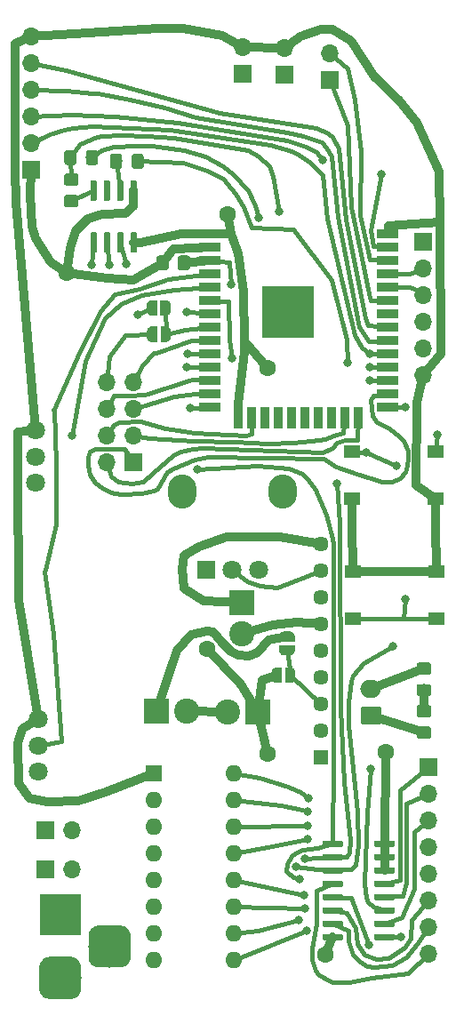
<source format=gbr>
G04 #@! TF.GenerationSoftware,KiCad,Pcbnew,(5.1.2-1)-1*
G04 #@! TF.CreationDate,2023-08-23T14:56:14-04:00*
G04 #@! TF.ProjectId,ESP32_AudioBoard_Rev2,45535033-325f-4417-9564-696f426f6172,rev?*
G04 #@! TF.SameCoordinates,Original*
G04 #@! TF.FileFunction,Copper,L1,Top*
G04 #@! TF.FilePolarity,Positive*
%FSLAX46Y46*%
G04 Gerber Fmt 4.6, Leading zero omitted, Abs format (unit mm)*
G04 Created by KiCad (PCBNEW (5.1.2-1)-1) date 2023-08-23 14:56:14*
%MOMM*%
%LPD*%
G04 APERTURE LIST*
%ADD10O,1.700000X1.700000*%
%ADD11R,1.700000X1.700000*%
%ADD12C,0.150000*%
%ADD13C,0.600000*%
%ADD14C,1.150000*%
%ADD15C,0.500000*%
%ADD16C,2.400000*%
%ADD17R,2.400000X2.400000*%
%ADD18R,1.800000X1.800000*%
%ADD19C,1.800000*%
%ADD20O,2.720000X3.240000*%
%ADD21C,4.000000*%
%ADD22R,4.000000X4.000000*%
%ADD23C,1.450000*%
%ADD24R,1.450000X1.450000*%
%ADD25R,1.550000X1.300000*%
%ADD26O,2.000000X1.700000*%
%ADD27C,1.700000*%
%ADD28O,1.600000X1.600000*%
%ADD29R,1.600000X1.600000*%
%ADD30R,5.000000X5.000000*%
%ADD31R,2.000000X0.900000*%
%ADD32R,0.900000X2.000000*%
%ADD33C,1.600000*%
%ADD34C,0.800000*%
%ADD35C,0.812800*%
%ADD36C,0.406400*%
G04 APERTURE END LIST*
D10*
X19830000Y-54010000D03*
X22370000Y-54010000D03*
X19830000Y-56550000D03*
X22370000Y-56550000D03*
X19830000Y-59090000D03*
X22370000Y-59090000D03*
X19830000Y-61630000D03*
D11*
X22370000Y-61630000D03*
D10*
X16540000Y-96690000D03*
D11*
X14000000Y-96690000D03*
D12*
G36*
X18789703Y-34800722D02*
G01*
X18804264Y-34802882D01*
X18818543Y-34806459D01*
X18832403Y-34811418D01*
X18845710Y-34817712D01*
X18858336Y-34825280D01*
X18870159Y-34834048D01*
X18881066Y-34843934D01*
X18890952Y-34854841D01*
X18899720Y-34866664D01*
X18907288Y-34879290D01*
X18913582Y-34892597D01*
X18918541Y-34906457D01*
X18922118Y-34920736D01*
X18924278Y-34935297D01*
X18925000Y-34950000D01*
X18925000Y-36600000D01*
X18924278Y-36614703D01*
X18922118Y-36629264D01*
X18918541Y-36643543D01*
X18913582Y-36657403D01*
X18907288Y-36670710D01*
X18899720Y-36683336D01*
X18890952Y-36695159D01*
X18881066Y-36706066D01*
X18870159Y-36715952D01*
X18858336Y-36724720D01*
X18845710Y-36732288D01*
X18832403Y-36738582D01*
X18818543Y-36743541D01*
X18804264Y-36747118D01*
X18789703Y-36749278D01*
X18775000Y-36750000D01*
X18475000Y-36750000D01*
X18460297Y-36749278D01*
X18445736Y-36747118D01*
X18431457Y-36743541D01*
X18417597Y-36738582D01*
X18404290Y-36732288D01*
X18391664Y-36724720D01*
X18379841Y-36715952D01*
X18368934Y-36706066D01*
X18359048Y-36695159D01*
X18350280Y-36683336D01*
X18342712Y-36670710D01*
X18336418Y-36657403D01*
X18331459Y-36643543D01*
X18327882Y-36629264D01*
X18325722Y-36614703D01*
X18325000Y-36600000D01*
X18325000Y-34950000D01*
X18325722Y-34935297D01*
X18327882Y-34920736D01*
X18331459Y-34906457D01*
X18336418Y-34892597D01*
X18342712Y-34879290D01*
X18350280Y-34866664D01*
X18359048Y-34854841D01*
X18368934Y-34843934D01*
X18379841Y-34834048D01*
X18391664Y-34825280D01*
X18404290Y-34817712D01*
X18417597Y-34811418D01*
X18431457Y-34806459D01*
X18445736Y-34802882D01*
X18460297Y-34800722D01*
X18475000Y-34800000D01*
X18775000Y-34800000D01*
X18789703Y-34800722D01*
X18789703Y-34800722D01*
G37*
D13*
X18625000Y-35775000D03*
D12*
G36*
X20059703Y-34800722D02*
G01*
X20074264Y-34802882D01*
X20088543Y-34806459D01*
X20102403Y-34811418D01*
X20115710Y-34817712D01*
X20128336Y-34825280D01*
X20140159Y-34834048D01*
X20151066Y-34843934D01*
X20160952Y-34854841D01*
X20169720Y-34866664D01*
X20177288Y-34879290D01*
X20183582Y-34892597D01*
X20188541Y-34906457D01*
X20192118Y-34920736D01*
X20194278Y-34935297D01*
X20195000Y-34950000D01*
X20195000Y-36600000D01*
X20194278Y-36614703D01*
X20192118Y-36629264D01*
X20188541Y-36643543D01*
X20183582Y-36657403D01*
X20177288Y-36670710D01*
X20169720Y-36683336D01*
X20160952Y-36695159D01*
X20151066Y-36706066D01*
X20140159Y-36715952D01*
X20128336Y-36724720D01*
X20115710Y-36732288D01*
X20102403Y-36738582D01*
X20088543Y-36743541D01*
X20074264Y-36747118D01*
X20059703Y-36749278D01*
X20045000Y-36750000D01*
X19745000Y-36750000D01*
X19730297Y-36749278D01*
X19715736Y-36747118D01*
X19701457Y-36743541D01*
X19687597Y-36738582D01*
X19674290Y-36732288D01*
X19661664Y-36724720D01*
X19649841Y-36715952D01*
X19638934Y-36706066D01*
X19629048Y-36695159D01*
X19620280Y-36683336D01*
X19612712Y-36670710D01*
X19606418Y-36657403D01*
X19601459Y-36643543D01*
X19597882Y-36629264D01*
X19595722Y-36614703D01*
X19595000Y-36600000D01*
X19595000Y-34950000D01*
X19595722Y-34935297D01*
X19597882Y-34920736D01*
X19601459Y-34906457D01*
X19606418Y-34892597D01*
X19612712Y-34879290D01*
X19620280Y-34866664D01*
X19629048Y-34854841D01*
X19638934Y-34843934D01*
X19649841Y-34834048D01*
X19661664Y-34825280D01*
X19674290Y-34817712D01*
X19687597Y-34811418D01*
X19701457Y-34806459D01*
X19715736Y-34802882D01*
X19730297Y-34800722D01*
X19745000Y-34800000D01*
X20045000Y-34800000D01*
X20059703Y-34800722D01*
X20059703Y-34800722D01*
G37*
D13*
X19895000Y-35775000D03*
D12*
G36*
X21329703Y-34800722D02*
G01*
X21344264Y-34802882D01*
X21358543Y-34806459D01*
X21372403Y-34811418D01*
X21385710Y-34817712D01*
X21398336Y-34825280D01*
X21410159Y-34834048D01*
X21421066Y-34843934D01*
X21430952Y-34854841D01*
X21439720Y-34866664D01*
X21447288Y-34879290D01*
X21453582Y-34892597D01*
X21458541Y-34906457D01*
X21462118Y-34920736D01*
X21464278Y-34935297D01*
X21465000Y-34950000D01*
X21465000Y-36600000D01*
X21464278Y-36614703D01*
X21462118Y-36629264D01*
X21458541Y-36643543D01*
X21453582Y-36657403D01*
X21447288Y-36670710D01*
X21439720Y-36683336D01*
X21430952Y-36695159D01*
X21421066Y-36706066D01*
X21410159Y-36715952D01*
X21398336Y-36724720D01*
X21385710Y-36732288D01*
X21372403Y-36738582D01*
X21358543Y-36743541D01*
X21344264Y-36747118D01*
X21329703Y-36749278D01*
X21315000Y-36750000D01*
X21015000Y-36750000D01*
X21000297Y-36749278D01*
X20985736Y-36747118D01*
X20971457Y-36743541D01*
X20957597Y-36738582D01*
X20944290Y-36732288D01*
X20931664Y-36724720D01*
X20919841Y-36715952D01*
X20908934Y-36706066D01*
X20899048Y-36695159D01*
X20890280Y-36683336D01*
X20882712Y-36670710D01*
X20876418Y-36657403D01*
X20871459Y-36643543D01*
X20867882Y-36629264D01*
X20865722Y-36614703D01*
X20865000Y-36600000D01*
X20865000Y-34950000D01*
X20865722Y-34935297D01*
X20867882Y-34920736D01*
X20871459Y-34906457D01*
X20876418Y-34892597D01*
X20882712Y-34879290D01*
X20890280Y-34866664D01*
X20899048Y-34854841D01*
X20908934Y-34843934D01*
X20919841Y-34834048D01*
X20931664Y-34825280D01*
X20944290Y-34817712D01*
X20957597Y-34811418D01*
X20971457Y-34806459D01*
X20985736Y-34802882D01*
X21000297Y-34800722D01*
X21015000Y-34800000D01*
X21315000Y-34800000D01*
X21329703Y-34800722D01*
X21329703Y-34800722D01*
G37*
D13*
X21165000Y-35775000D03*
D12*
G36*
X22599703Y-34800722D02*
G01*
X22614264Y-34802882D01*
X22628543Y-34806459D01*
X22642403Y-34811418D01*
X22655710Y-34817712D01*
X22668336Y-34825280D01*
X22680159Y-34834048D01*
X22691066Y-34843934D01*
X22700952Y-34854841D01*
X22709720Y-34866664D01*
X22717288Y-34879290D01*
X22723582Y-34892597D01*
X22728541Y-34906457D01*
X22732118Y-34920736D01*
X22734278Y-34935297D01*
X22735000Y-34950000D01*
X22735000Y-36600000D01*
X22734278Y-36614703D01*
X22732118Y-36629264D01*
X22728541Y-36643543D01*
X22723582Y-36657403D01*
X22717288Y-36670710D01*
X22709720Y-36683336D01*
X22700952Y-36695159D01*
X22691066Y-36706066D01*
X22680159Y-36715952D01*
X22668336Y-36724720D01*
X22655710Y-36732288D01*
X22642403Y-36738582D01*
X22628543Y-36743541D01*
X22614264Y-36747118D01*
X22599703Y-36749278D01*
X22585000Y-36750000D01*
X22285000Y-36750000D01*
X22270297Y-36749278D01*
X22255736Y-36747118D01*
X22241457Y-36743541D01*
X22227597Y-36738582D01*
X22214290Y-36732288D01*
X22201664Y-36724720D01*
X22189841Y-36715952D01*
X22178934Y-36706066D01*
X22169048Y-36695159D01*
X22160280Y-36683336D01*
X22152712Y-36670710D01*
X22146418Y-36657403D01*
X22141459Y-36643543D01*
X22137882Y-36629264D01*
X22135722Y-36614703D01*
X22135000Y-36600000D01*
X22135000Y-34950000D01*
X22135722Y-34935297D01*
X22137882Y-34920736D01*
X22141459Y-34906457D01*
X22146418Y-34892597D01*
X22152712Y-34879290D01*
X22160280Y-34866664D01*
X22169048Y-34854841D01*
X22178934Y-34843934D01*
X22189841Y-34834048D01*
X22201664Y-34825280D01*
X22214290Y-34817712D01*
X22227597Y-34811418D01*
X22241457Y-34806459D01*
X22255736Y-34802882D01*
X22270297Y-34800722D01*
X22285000Y-34800000D01*
X22585000Y-34800000D01*
X22599703Y-34800722D01*
X22599703Y-34800722D01*
G37*
D13*
X22435000Y-35775000D03*
D12*
G36*
X22599703Y-39750722D02*
G01*
X22614264Y-39752882D01*
X22628543Y-39756459D01*
X22642403Y-39761418D01*
X22655710Y-39767712D01*
X22668336Y-39775280D01*
X22680159Y-39784048D01*
X22691066Y-39793934D01*
X22700952Y-39804841D01*
X22709720Y-39816664D01*
X22717288Y-39829290D01*
X22723582Y-39842597D01*
X22728541Y-39856457D01*
X22732118Y-39870736D01*
X22734278Y-39885297D01*
X22735000Y-39900000D01*
X22735000Y-41550000D01*
X22734278Y-41564703D01*
X22732118Y-41579264D01*
X22728541Y-41593543D01*
X22723582Y-41607403D01*
X22717288Y-41620710D01*
X22709720Y-41633336D01*
X22700952Y-41645159D01*
X22691066Y-41656066D01*
X22680159Y-41665952D01*
X22668336Y-41674720D01*
X22655710Y-41682288D01*
X22642403Y-41688582D01*
X22628543Y-41693541D01*
X22614264Y-41697118D01*
X22599703Y-41699278D01*
X22585000Y-41700000D01*
X22285000Y-41700000D01*
X22270297Y-41699278D01*
X22255736Y-41697118D01*
X22241457Y-41693541D01*
X22227597Y-41688582D01*
X22214290Y-41682288D01*
X22201664Y-41674720D01*
X22189841Y-41665952D01*
X22178934Y-41656066D01*
X22169048Y-41645159D01*
X22160280Y-41633336D01*
X22152712Y-41620710D01*
X22146418Y-41607403D01*
X22141459Y-41593543D01*
X22137882Y-41579264D01*
X22135722Y-41564703D01*
X22135000Y-41550000D01*
X22135000Y-39900000D01*
X22135722Y-39885297D01*
X22137882Y-39870736D01*
X22141459Y-39856457D01*
X22146418Y-39842597D01*
X22152712Y-39829290D01*
X22160280Y-39816664D01*
X22169048Y-39804841D01*
X22178934Y-39793934D01*
X22189841Y-39784048D01*
X22201664Y-39775280D01*
X22214290Y-39767712D01*
X22227597Y-39761418D01*
X22241457Y-39756459D01*
X22255736Y-39752882D01*
X22270297Y-39750722D01*
X22285000Y-39750000D01*
X22585000Y-39750000D01*
X22599703Y-39750722D01*
X22599703Y-39750722D01*
G37*
D13*
X22435000Y-40725000D03*
D12*
G36*
X21329703Y-39750722D02*
G01*
X21344264Y-39752882D01*
X21358543Y-39756459D01*
X21372403Y-39761418D01*
X21385710Y-39767712D01*
X21398336Y-39775280D01*
X21410159Y-39784048D01*
X21421066Y-39793934D01*
X21430952Y-39804841D01*
X21439720Y-39816664D01*
X21447288Y-39829290D01*
X21453582Y-39842597D01*
X21458541Y-39856457D01*
X21462118Y-39870736D01*
X21464278Y-39885297D01*
X21465000Y-39900000D01*
X21465000Y-41550000D01*
X21464278Y-41564703D01*
X21462118Y-41579264D01*
X21458541Y-41593543D01*
X21453582Y-41607403D01*
X21447288Y-41620710D01*
X21439720Y-41633336D01*
X21430952Y-41645159D01*
X21421066Y-41656066D01*
X21410159Y-41665952D01*
X21398336Y-41674720D01*
X21385710Y-41682288D01*
X21372403Y-41688582D01*
X21358543Y-41693541D01*
X21344264Y-41697118D01*
X21329703Y-41699278D01*
X21315000Y-41700000D01*
X21015000Y-41700000D01*
X21000297Y-41699278D01*
X20985736Y-41697118D01*
X20971457Y-41693541D01*
X20957597Y-41688582D01*
X20944290Y-41682288D01*
X20931664Y-41674720D01*
X20919841Y-41665952D01*
X20908934Y-41656066D01*
X20899048Y-41645159D01*
X20890280Y-41633336D01*
X20882712Y-41620710D01*
X20876418Y-41607403D01*
X20871459Y-41593543D01*
X20867882Y-41579264D01*
X20865722Y-41564703D01*
X20865000Y-41550000D01*
X20865000Y-39900000D01*
X20865722Y-39885297D01*
X20867882Y-39870736D01*
X20871459Y-39856457D01*
X20876418Y-39842597D01*
X20882712Y-39829290D01*
X20890280Y-39816664D01*
X20899048Y-39804841D01*
X20908934Y-39793934D01*
X20919841Y-39784048D01*
X20931664Y-39775280D01*
X20944290Y-39767712D01*
X20957597Y-39761418D01*
X20971457Y-39756459D01*
X20985736Y-39752882D01*
X21000297Y-39750722D01*
X21015000Y-39750000D01*
X21315000Y-39750000D01*
X21329703Y-39750722D01*
X21329703Y-39750722D01*
G37*
D13*
X21165000Y-40725000D03*
D12*
G36*
X20059703Y-39750722D02*
G01*
X20074264Y-39752882D01*
X20088543Y-39756459D01*
X20102403Y-39761418D01*
X20115710Y-39767712D01*
X20128336Y-39775280D01*
X20140159Y-39784048D01*
X20151066Y-39793934D01*
X20160952Y-39804841D01*
X20169720Y-39816664D01*
X20177288Y-39829290D01*
X20183582Y-39842597D01*
X20188541Y-39856457D01*
X20192118Y-39870736D01*
X20194278Y-39885297D01*
X20195000Y-39900000D01*
X20195000Y-41550000D01*
X20194278Y-41564703D01*
X20192118Y-41579264D01*
X20188541Y-41593543D01*
X20183582Y-41607403D01*
X20177288Y-41620710D01*
X20169720Y-41633336D01*
X20160952Y-41645159D01*
X20151066Y-41656066D01*
X20140159Y-41665952D01*
X20128336Y-41674720D01*
X20115710Y-41682288D01*
X20102403Y-41688582D01*
X20088543Y-41693541D01*
X20074264Y-41697118D01*
X20059703Y-41699278D01*
X20045000Y-41700000D01*
X19745000Y-41700000D01*
X19730297Y-41699278D01*
X19715736Y-41697118D01*
X19701457Y-41693541D01*
X19687597Y-41688582D01*
X19674290Y-41682288D01*
X19661664Y-41674720D01*
X19649841Y-41665952D01*
X19638934Y-41656066D01*
X19629048Y-41645159D01*
X19620280Y-41633336D01*
X19612712Y-41620710D01*
X19606418Y-41607403D01*
X19601459Y-41593543D01*
X19597882Y-41579264D01*
X19595722Y-41564703D01*
X19595000Y-41550000D01*
X19595000Y-39900000D01*
X19595722Y-39885297D01*
X19597882Y-39870736D01*
X19601459Y-39856457D01*
X19606418Y-39842597D01*
X19612712Y-39829290D01*
X19620280Y-39816664D01*
X19629048Y-39804841D01*
X19638934Y-39793934D01*
X19649841Y-39784048D01*
X19661664Y-39775280D01*
X19674290Y-39767712D01*
X19687597Y-39761418D01*
X19701457Y-39756459D01*
X19715736Y-39752882D01*
X19730297Y-39750722D01*
X19745000Y-39750000D01*
X20045000Y-39750000D01*
X20059703Y-39750722D01*
X20059703Y-39750722D01*
G37*
D13*
X19895000Y-40725000D03*
D12*
G36*
X18789703Y-39750722D02*
G01*
X18804264Y-39752882D01*
X18818543Y-39756459D01*
X18832403Y-39761418D01*
X18845710Y-39767712D01*
X18858336Y-39775280D01*
X18870159Y-39784048D01*
X18881066Y-39793934D01*
X18890952Y-39804841D01*
X18899720Y-39816664D01*
X18907288Y-39829290D01*
X18913582Y-39842597D01*
X18918541Y-39856457D01*
X18922118Y-39870736D01*
X18924278Y-39885297D01*
X18925000Y-39900000D01*
X18925000Y-41550000D01*
X18924278Y-41564703D01*
X18922118Y-41579264D01*
X18918541Y-41593543D01*
X18913582Y-41607403D01*
X18907288Y-41620710D01*
X18899720Y-41633336D01*
X18890952Y-41645159D01*
X18881066Y-41656066D01*
X18870159Y-41665952D01*
X18858336Y-41674720D01*
X18845710Y-41682288D01*
X18832403Y-41688582D01*
X18818543Y-41693541D01*
X18804264Y-41697118D01*
X18789703Y-41699278D01*
X18775000Y-41700000D01*
X18475000Y-41700000D01*
X18460297Y-41699278D01*
X18445736Y-41697118D01*
X18431457Y-41693541D01*
X18417597Y-41688582D01*
X18404290Y-41682288D01*
X18391664Y-41674720D01*
X18379841Y-41665952D01*
X18368934Y-41656066D01*
X18359048Y-41645159D01*
X18350280Y-41633336D01*
X18342712Y-41620710D01*
X18336418Y-41607403D01*
X18331459Y-41593543D01*
X18327882Y-41579264D01*
X18325722Y-41564703D01*
X18325000Y-41550000D01*
X18325000Y-39900000D01*
X18325722Y-39885297D01*
X18327882Y-39870736D01*
X18331459Y-39856457D01*
X18336418Y-39842597D01*
X18342712Y-39829290D01*
X18350280Y-39816664D01*
X18359048Y-39804841D01*
X18368934Y-39793934D01*
X18379841Y-39784048D01*
X18391664Y-39775280D01*
X18404290Y-39767712D01*
X18417597Y-39761418D01*
X18431457Y-39756459D01*
X18445736Y-39752882D01*
X18460297Y-39750722D01*
X18475000Y-39750000D01*
X18775000Y-39750000D01*
X18789703Y-39750722D01*
X18789703Y-39750722D01*
G37*
D13*
X18625000Y-40725000D03*
D10*
X32850000Y-22090000D03*
D11*
X32850000Y-24630000D03*
D12*
G36*
X16974505Y-34151204D02*
G01*
X16998773Y-34154804D01*
X17022572Y-34160765D01*
X17045671Y-34169030D01*
X17067850Y-34179520D01*
X17088893Y-34192132D01*
X17108599Y-34206747D01*
X17126777Y-34223223D01*
X17143253Y-34241401D01*
X17157868Y-34261107D01*
X17170480Y-34282150D01*
X17180970Y-34304329D01*
X17189235Y-34327428D01*
X17195196Y-34351227D01*
X17198796Y-34375495D01*
X17200000Y-34399999D01*
X17200000Y-35050001D01*
X17198796Y-35074505D01*
X17195196Y-35098773D01*
X17189235Y-35122572D01*
X17180970Y-35145671D01*
X17170480Y-35167850D01*
X17157868Y-35188893D01*
X17143253Y-35208599D01*
X17126777Y-35226777D01*
X17108599Y-35243253D01*
X17088893Y-35257868D01*
X17067850Y-35270480D01*
X17045671Y-35280970D01*
X17022572Y-35289235D01*
X16998773Y-35295196D01*
X16974505Y-35298796D01*
X16950001Y-35300000D01*
X16049999Y-35300000D01*
X16025495Y-35298796D01*
X16001227Y-35295196D01*
X15977428Y-35289235D01*
X15954329Y-35280970D01*
X15932150Y-35270480D01*
X15911107Y-35257868D01*
X15891401Y-35243253D01*
X15873223Y-35226777D01*
X15856747Y-35208599D01*
X15842132Y-35188893D01*
X15829520Y-35167850D01*
X15819030Y-35145671D01*
X15810765Y-35122572D01*
X15804804Y-35098773D01*
X15801204Y-35074505D01*
X15800000Y-35050001D01*
X15800000Y-34399999D01*
X15801204Y-34375495D01*
X15804804Y-34351227D01*
X15810765Y-34327428D01*
X15819030Y-34304329D01*
X15829520Y-34282150D01*
X15842132Y-34261107D01*
X15856747Y-34241401D01*
X15873223Y-34223223D01*
X15891401Y-34206747D01*
X15911107Y-34192132D01*
X15932150Y-34179520D01*
X15954329Y-34169030D01*
X15977428Y-34160765D01*
X16001227Y-34154804D01*
X16025495Y-34151204D01*
X16049999Y-34150000D01*
X16950001Y-34150000D01*
X16974505Y-34151204D01*
X16974505Y-34151204D01*
G37*
D14*
X16500000Y-34725000D03*
D12*
G36*
X16974505Y-36201204D02*
G01*
X16998773Y-36204804D01*
X17022572Y-36210765D01*
X17045671Y-36219030D01*
X17067850Y-36229520D01*
X17088893Y-36242132D01*
X17108599Y-36256747D01*
X17126777Y-36273223D01*
X17143253Y-36291401D01*
X17157868Y-36311107D01*
X17170480Y-36332150D01*
X17180970Y-36354329D01*
X17189235Y-36377428D01*
X17195196Y-36401227D01*
X17198796Y-36425495D01*
X17200000Y-36449999D01*
X17200000Y-37100001D01*
X17198796Y-37124505D01*
X17195196Y-37148773D01*
X17189235Y-37172572D01*
X17180970Y-37195671D01*
X17170480Y-37217850D01*
X17157868Y-37238893D01*
X17143253Y-37258599D01*
X17126777Y-37276777D01*
X17108599Y-37293253D01*
X17088893Y-37307868D01*
X17067850Y-37320480D01*
X17045671Y-37330970D01*
X17022572Y-37339235D01*
X16998773Y-37345196D01*
X16974505Y-37348796D01*
X16950001Y-37350000D01*
X16049999Y-37350000D01*
X16025495Y-37348796D01*
X16001227Y-37345196D01*
X15977428Y-37339235D01*
X15954329Y-37330970D01*
X15932150Y-37320480D01*
X15911107Y-37307868D01*
X15891401Y-37293253D01*
X15873223Y-37276777D01*
X15856747Y-37258599D01*
X15842132Y-37238893D01*
X15829520Y-37217850D01*
X15819030Y-37195671D01*
X15810765Y-37172572D01*
X15804804Y-37148773D01*
X15801204Y-37124505D01*
X15800000Y-37100001D01*
X15800000Y-36449999D01*
X15801204Y-36425495D01*
X15804804Y-36401227D01*
X15810765Y-36377428D01*
X15819030Y-36354329D01*
X15829520Y-36332150D01*
X15842132Y-36311107D01*
X15856747Y-36291401D01*
X15873223Y-36273223D01*
X15891401Y-36256747D01*
X15911107Y-36242132D01*
X15932150Y-36229520D01*
X15954329Y-36219030D01*
X15977428Y-36210765D01*
X16001227Y-36204804D01*
X16025495Y-36201204D01*
X16049999Y-36200000D01*
X16950001Y-36200000D01*
X16974505Y-36201204D01*
X16974505Y-36201204D01*
G37*
D14*
X16500000Y-36775000D03*
D12*
G36*
X23164505Y-32281204D02*
G01*
X23188773Y-32284804D01*
X23212572Y-32290765D01*
X23235671Y-32299030D01*
X23257850Y-32309520D01*
X23278893Y-32322132D01*
X23298599Y-32336747D01*
X23316777Y-32353223D01*
X23333253Y-32371401D01*
X23347868Y-32391107D01*
X23360480Y-32412150D01*
X23370970Y-32434329D01*
X23379235Y-32457428D01*
X23385196Y-32481227D01*
X23388796Y-32505495D01*
X23390000Y-32529999D01*
X23390000Y-33430001D01*
X23388796Y-33454505D01*
X23385196Y-33478773D01*
X23379235Y-33502572D01*
X23370970Y-33525671D01*
X23360480Y-33547850D01*
X23347868Y-33568893D01*
X23333253Y-33588599D01*
X23316777Y-33606777D01*
X23298599Y-33623253D01*
X23278893Y-33637868D01*
X23257850Y-33650480D01*
X23235671Y-33660970D01*
X23212572Y-33669235D01*
X23188773Y-33675196D01*
X23164505Y-33678796D01*
X23140001Y-33680000D01*
X22489999Y-33680000D01*
X22465495Y-33678796D01*
X22441227Y-33675196D01*
X22417428Y-33669235D01*
X22394329Y-33660970D01*
X22372150Y-33650480D01*
X22351107Y-33637868D01*
X22331401Y-33623253D01*
X22313223Y-33606777D01*
X22296747Y-33588599D01*
X22282132Y-33568893D01*
X22269520Y-33547850D01*
X22259030Y-33525671D01*
X22250765Y-33502572D01*
X22244804Y-33478773D01*
X22241204Y-33454505D01*
X22240000Y-33430001D01*
X22240000Y-32529999D01*
X22241204Y-32505495D01*
X22244804Y-32481227D01*
X22250765Y-32457428D01*
X22259030Y-32434329D01*
X22269520Y-32412150D01*
X22282132Y-32391107D01*
X22296747Y-32371401D01*
X22313223Y-32353223D01*
X22331401Y-32336747D01*
X22351107Y-32322132D01*
X22372150Y-32309520D01*
X22394329Y-32299030D01*
X22417428Y-32290765D01*
X22441227Y-32284804D01*
X22465495Y-32281204D01*
X22489999Y-32280000D01*
X23140001Y-32280000D01*
X23164505Y-32281204D01*
X23164505Y-32281204D01*
G37*
D14*
X22815000Y-32980000D03*
D12*
G36*
X21114505Y-32281204D02*
G01*
X21138773Y-32284804D01*
X21162572Y-32290765D01*
X21185671Y-32299030D01*
X21207850Y-32309520D01*
X21228893Y-32322132D01*
X21248599Y-32336747D01*
X21266777Y-32353223D01*
X21283253Y-32371401D01*
X21297868Y-32391107D01*
X21310480Y-32412150D01*
X21320970Y-32434329D01*
X21329235Y-32457428D01*
X21335196Y-32481227D01*
X21338796Y-32505495D01*
X21340000Y-32529999D01*
X21340000Y-33430001D01*
X21338796Y-33454505D01*
X21335196Y-33478773D01*
X21329235Y-33502572D01*
X21320970Y-33525671D01*
X21310480Y-33547850D01*
X21297868Y-33568893D01*
X21283253Y-33588599D01*
X21266777Y-33606777D01*
X21248599Y-33623253D01*
X21228893Y-33637868D01*
X21207850Y-33650480D01*
X21185671Y-33660970D01*
X21162572Y-33669235D01*
X21138773Y-33675196D01*
X21114505Y-33678796D01*
X21090001Y-33680000D01*
X20439999Y-33680000D01*
X20415495Y-33678796D01*
X20391227Y-33675196D01*
X20367428Y-33669235D01*
X20344329Y-33660970D01*
X20322150Y-33650480D01*
X20301107Y-33637868D01*
X20281401Y-33623253D01*
X20263223Y-33606777D01*
X20246747Y-33588599D01*
X20232132Y-33568893D01*
X20219520Y-33547850D01*
X20209030Y-33525671D01*
X20200765Y-33502572D01*
X20194804Y-33478773D01*
X20191204Y-33454505D01*
X20190000Y-33430001D01*
X20190000Y-32529999D01*
X20191204Y-32505495D01*
X20194804Y-32481227D01*
X20200765Y-32457428D01*
X20209030Y-32434329D01*
X20219520Y-32412150D01*
X20232132Y-32391107D01*
X20246747Y-32371401D01*
X20263223Y-32353223D01*
X20281401Y-32336747D01*
X20301107Y-32322132D01*
X20322150Y-32309520D01*
X20344329Y-32299030D01*
X20367428Y-32290765D01*
X20391227Y-32284804D01*
X20415495Y-32281204D01*
X20439999Y-32280000D01*
X21090001Y-32280000D01*
X21114505Y-32281204D01*
X21114505Y-32281204D01*
G37*
D14*
X20765000Y-32980000D03*
D12*
G36*
X18814505Y-31931204D02*
G01*
X18838773Y-31934804D01*
X18862572Y-31940765D01*
X18885671Y-31949030D01*
X18907850Y-31959520D01*
X18928893Y-31972132D01*
X18948599Y-31986747D01*
X18966777Y-32003223D01*
X18983253Y-32021401D01*
X18997868Y-32041107D01*
X19010480Y-32062150D01*
X19020970Y-32084329D01*
X19029235Y-32107428D01*
X19035196Y-32131227D01*
X19038796Y-32155495D01*
X19040000Y-32179999D01*
X19040000Y-33080001D01*
X19038796Y-33104505D01*
X19035196Y-33128773D01*
X19029235Y-33152572D01*
X19020970Y-33175671D01*
X19010480Y-33197850D01*
X18997868Y-33218893D01*
X18983253Y-33238599D01*
X18966777Y-33256777D01*
X18948599Y-33273253D01*
X18928893Y-33287868D01*
X18907850Y-33300480D01*
X18885671Y-33310970D01*
X18862572Y-33319235D01*
X18838773Y-33325196D01*
X18814505Y-33328796D01*
X18790001Y-33330000D01*
X18139999Y-33330000D01*
X18115495Y-33328796D01*
X18091227Y-33325196D01*
X18067428Y-33319235D01*
X18044329Y-33310970D01*
X18022150Y-33300480D01*
X18001107Y-33287868D01*
X17981401Y-33273253D01*
X17963223Y-33256777D01*
X17946747Y-33238599D01*
X17932132Y-33218893D01*
X17919520Y-33197850D01*
X17909030Y-33175671D01*
X17900765Y-33152572D01*
X17894804Y-33128773D01*
X17891204Y-33104505D01*
X17890000Y-33080001D01*
X17890000Y-32179999D01*
X17891204Y-32155495D01*
X17894804Y-32131227D01*
X17900765Y-32107428D01*
X17909030Y-32084329D01*
X17919520Y-32062150D01*
X17932132Y-32041107D01*
X17946747Y-32021401D01*
X17963223Y-32003223D01*
X17981401Y-31986747D01*
X18001107Y-31972132D01*
X18022150Y-31959520D01*
X18044329Y-31949030D01*
X18067428Y-31940765D01*
X18091227Y-31934804D01*
X18115495Y-31931204D01*
X18139999Y-31930000D01*
X18790001Y-31930000D01*
X18814505Y-31931204D01*
X18814505Y-31931204D01*
G37*
D14*
X18465000Y-32630000D03*
D12*
G36*
X16764505Y-31931204D02*
G01*
X16788773Y-31934804D01*
X16812572Y-31940765D01*
X16835671Y-31949030D01*
X16857850Y-31959520D01*
X16878893Y-31972132D01*
X16898599Y-31986747D01*
X16916777Y-32003223D01*
X16933253Y-32021401D01*
X16947868Y-32041107D01*
X16960480Y-32062150D01*
X16970970Y-32084329D01*
X16979235Y-32107428D01*
X16985196Y-32131227D01*
X16988796Y-32155495D01*
X16990000Y-32179999D01*
X16990000Y-33080001D01*
X16988796Y-33104505D01*
X16985196Y-33128773D01*
X16979235Y-33152572D01*
X16970970Y-33175671D01*
X16960480Y-33197850D01*
X16947868Y-33218893D01*
X16933253Y-33238599D01*
X16916777Y-33256777D01*
X16898599Y-33273253D01*
X16878893Y-33287868D01*
X16857850Y-33300480D01*
X16835671Y-33310970D01*
X16812572Y-33319235D01*
X16788773Y-33325196D01*
X16764505Y-33328796D01*
X16740001Y-33330000D01*
X16089999Y-33330000D01*
X16065495Y-33328796D01*
X16041227Y-33325196D01*
X16017428Y-33319235D01*
X15994329Y-33310970D01*
X15972150Y-33300480D01*
X15951107Y-33287868D01*
X15931401Y-33273253D01*
X15913223Y-33256777D01*
X15896747Y-33238599D01*
X15882132Y-33218893D01*
X15869520Y-33197850D01*
X15859030Y-33175671D01*
X15850765Y-33152572D01*
X15844804Y-33128773D01*
X15841204Y-33104505D01*
X15840000Y-33080001D01*
X15840000Y-32179999D01*
X15841204Y-32155495D01*
X15844804Y-32131227D01*
X15850765Y-32107428D01*
X15859030Y-32084329D01*
X15869520Y-32062150D01*
X15882132Y-32041107D01*
X15896747Y-32021401D01*
X15913223Y-32003223D01*
X15931401Y-31986747D01*
X15951107Y-31972132D01*
X15972150Y-31959520D01*
X15994329Y-31949030D01*
X16017428Y-31940765D01*
X16041227Y-31934804D01*
X16065495Y-31931204D01*
X16089999Y-31930000D01*
X16740001Y-31930000D01*
X16764505Y-31931204D01*
X16764505Y-31931204D01*
G37*
D14*
X16415000Y-32630000D03*
D15*
X24200000Y-49450000D03*
D12*
G36*
X24200000Y-50199398D02*
G01*
X24175466Y-50199398D01*
X24126635Y-50194588D01*
X24078510Y-50185016D01*
X24031555Y-50170772D01*
X23986222Y-50151995D01*
X23942949Y-50128864D01*
X23902150Y-50101604D01*
X23864221Y-50070476D01*
X23829524Y-50035779D01*
X23798396Y-49997850D01*
X23771136Y-49957051D01*
X23748005Y-49913778D01*
X23729228Y-49868445D01*
X23714984Y-49821490D01*
X23705412Y-49773365D01*
X23700602Y-49724534D01*
X23700602Y-49700000D01*
X23700000Y-49700000D01*
X23700000Y-49200000D01*
X23700602Y-49200000D01*
X23700602Y-49175466D01*
X23705412Y-49126635D01*
X23714984Y-49078510D01*
X23729228Y-49031555D01*
X23748005Y-48986222D01*
X23771136Y-48942949D01*
X23798396Y-48902150D01*
X23829524Y-48864221D01*
X23864221Y-48829524D01*
X23902150Y-48798396D01*
X23942949Y-48771136D01*
X23986222Y-48748005D01*
X24031555Y-48729228D01*
X24078510Y-48714984D01*
X24126635Y-48705412D01*
X24175466Y-48700602D01*
X24200000Y-48700602D01*
X24200000Y-48700000D01*
X24700000Y-48700000D01*
X24700000Y-50200000D01*
X24200000Y-50200000D01*
X24200000Y-50199398D01*
X24200000Y-50199398D01*
G37*
D15*
X25500000Y-49450000D03*
D12*
G36*
X25000000Y-48700000D02*
G01*
X25500000Y-48700000D01*
X25500000Y-48700602D01*
X25524534Y-48700602D01*
X25573365Y-48705412D01*
X25621490Y-48714984D01*
X25668445Y-48729228D01*
X25713778Y-48748005D01*
X25757051Y-48771136D01*
X25797850Y-48798396D01*
X25835779Y-48829524D01*
X25870476Y-48864221D01*
X25901604Y-48902150D01*
X25928864Y-48942949D01*
X25951995Y-48986222D01*
X25970772Y-49031555D01*
X25985016Y-49078510D01*
X25994588Y-49126635D01*
X25999398Y-49175466D01*
X25999398Y-49200000D01*
X26000000Y-49200000D01*
X26000000Y-49700000D01*
X25999398Y-49700000D01*
X25999398Y-49724534D01*
X25994588Y-49773365D01*
X25985016Y-49821490D01*
X25970772Y-49868445D01*
X25951995Y-49913778D01*
X25928864Y-49957051D01*
X25901604Y-49997850D01*
X25870476Y-50035779D01*
X25835779Y-50070476D01*
X25797850Y-50101604D01*
X25757051Y-50128864D01*
X25713778Y-50151995D01*
X25668445Y-50170772D01*
X25621490Y-50185016D01*
X25573365Y-50194588D01*
X25524534Y-50199398D01*
X25500000Y-50199398D01*
X25500000Y-50200000D01*
X25000000Y-50200000D01*
X25000000Y-48700000D01*
X25000000Y-48700000D01*
G37*
D15*
X24190000Y-46950000D03*
D12*
G36*
X24190000Y-47699398D02*
G01*
X24165466Y-47699398D01*
X24116635Y-47694588D01*
X24068510Y-47685016D01*
X24021555Y-47670772D01*
X23976222Y-47651995D01*
X23932949Y-47628864D01*
X23892150Y-47601604D01*
X23854221Y-47570476D01*
X23819524Y-47535779D01*
X23788396Y-47497850D01*
X23761136Y-47457051D01*
X23738005Y-47413778D01*
X23719228Y-47368445D01*
X23704984Y-47321490D01*
X23695412Y-47273365D01*
X23690602Y-47224534D01*
X23690602Y-47200000D01*
X23690000Y-47200000D01*
X23690000Y-46700000D01*
X23690602Y-46700000D01*
X23690602Y-46675466D01*
X23695412Y-46626635D01*
X23704984Y-46578510D01*
X23719228Y-46531555D01*
X23738005Y-46486222D01*
X23761136Y-46442949D01*
X23788396Y-46402150D01*
X23819524Y-46364221D01*
X23854221Y-46329524D01*
X23892150Y-46298396D01*
X23932949Y-46271136D01*
X23976222Y-46248005D01*
X24021555Y-46229228D01*
X24068510Y-46214984D01*
X24116635Y-46205412D01*
X24165466Y-46200602D01*
X24190000Y-46200602D01*
X24190000Y-46200000D01*
X24690000Y-46200000D01*
X24690000Y-47700000D01*
X24190000Y-47700000D01*
X24190000Y-47699398D01*
X24190000Y-47699398D01*
G37*
D15*
X25490000Y-46950000D03*
D12*
G36*
X24990000Y-46200000D02*
G01*
X25490000Y-46200000D01*
X25490000Y-46200602D01*
X25514534Y-46200602D01*
X25563365Y-46205412D01*
X25611490Y-46214984D01*
X25658445Y-46229228D01*
X25703778Y-46248005D01*
X25747051Y-46271136D01*
X25787850Y-46298396D01*
X25825779Y-46329524D01*
X25860476Y-46364221D01*
X25891604Y-46402150D01*
X25918864Y-46442949D01*
X25941995Y-46486222D01*
X25960772Y-46531555D01*
X25975016Y-46578510D01*
X25984588Y-46626635D01*
X25989398Y-46675466D01*
X25989398Y-46700000D01*
X25990000Y-46700000D01*
X25990000Y-47200000D01*
X25989398Y-47200000D01*
X25989398Y-47224534D01*
X25984588Y-47273365D01*
X25975016Y-47321490D01*
X25960772Y-47368445D01*
X25941995Y-47413778D01*
X25918864Y-47457051D01*
X25891604Y-47497850D01*
X25860476Y-47535779D01*
X25825779Y-47570476D01*
X25787850Y-47601604D01*
X25747051Y-47628864D01*
X25703778Y-47651995D01*
X25658445Y-47670772D01*
X25611490Y-47685016D01*
X25563365Y-47694588D01*
X25514534Y-47699398D01*
X25490000Y-47699398D01*
X25490000Y-47700000D01*
X24990000Y-47700000D01*
X24990000Y-46200000D01*
X24990000Y-46200000D01*
G37*
D10*
X41120000Y-22700000D03*
D11*
X41120000Y-25240000D03*
D10*
X36820000Y-22160000D03*
D11*
X36820000Y-24700000D03*
D16*
X32732800Y-77973000D03*
D17*
X32732800Y-75052000D03*
D18*
X29340000Y-71920000D03*
D19*
X31840000Y-71920000D03*
X34340000Y-71920000D03*
D20*
X36640000Y-64420000D03*
X27040000Y-64420000D03*
D10*
X12650000Y-21110000D03*
X12650000Y-23650000D03*
X12650000Y-26190000D03*
X12650000Y-28730000D03*
X12650000Y-31270000D03*
D11*
X12650000Y-33810000D03*
D10*
X16590000Y-100440000D03*
D11*
X14050000Y-100440000D03*
D19*
X13128100Y-61101900D03*
X13128100Y-58601900D03*
X13128100Y-63601900D03*
X13368100Y-88651900D03*
X13368100Y-86151900D03*
X13368100Y-91151900D03*
D12*
G36*
X21238017Y-105764815D02*
G01*
X21335090Y-105779215D01*
X21430285Y-105803060D01*
X21522683Y-105836120D01*
X21611397Y-105878079D01*
X21695570Y-105928530D01*
X21774393Y-105986990D01*
X21847107Y-106052893D01*
X21913010Y-106125607D01*
X21971470Y-106204430D01*
X22021921Y-106288603D01*
X22063880Y-106377317D01*
X22096940Y-106469715D01*
X22120785Y-106564910D01*
X22135185Y-106661983D01*
X22140000Y-106760000D01*
X22140000Y-108760000D01*
X22135185Y-108858017D01*
X22120785Y-108955090D01*
X22096940Y-109050285D01*
X22063880Y-109142683D01*
X22021921Y-109231397D01*
X21971470Y-109315570D01*
X21913010Y-109394393D01*
X21847107Y-109467107D01*
X21774393Y-109533010D01*
X21695570Y-109591470D01*
X21611397Y-109641921D01*
X21522683Y-109683880D01*
X21430285Y-109716940D01*
X21335090Y-109740785D01*
X21238017Y-109755185D01*
X21140000Y-109760000D01*
X19140000Y-109760000D01*
X19041983Y-109755185D01*
X18944910Y-109740785D01*
X18849715Y-109716940D01*
X18757317Y-109683880D01*
X18668603Y-109641921D01*
X18584430Y-109591470D01*
X18505607Y-109533010D01*
X18432893Y-109467107D01*
X18366990Y-109394393D01*
X18308530Y-109315570D01*
X18258079Y-109231397D01*
X18216120Y-109142683D01*
X18183060Y-109050285D01*
X18159215Y-108955090D01*
X18144815Y-108858017D01*
X18140000Y-108760000D01*
X18140000Y-106760000D01*
X18144815Y-106661983D01*
X18159215Y-106564910D01*
X18183060Y-106469715D01*
X18216120Y-106377317D01*
X18258079Y-106288603D01*
X18308530Y-106204430D01*
X18366990Y-106125607D01*
X18432893Y-106052893D01*
X18505607Y-105986990D01*
X18584430Y-105928530D01*
X18668603Y-105878079D01*
X18757317Y-105836120D01*
X18849715Y-105803060D01*
X18944910Y-105779215D01*
X19041983Y-105764815D01*
X19140000Y-105760000D01*
X21140000Y-105760000D01*
X21238017Y-105764815D01*
X21238017Y-105764815D01*
G37*
D21*
X20140000Y-107760000D03*
D12*
G36*
X16538017Y-108764815D02*
G01*
X16635090Y-108779215D01*
X16730285Y-108803060D01*
X16822683Y-108836120D01*
X16911397Y-108878079D01*
X16995570Y-108928530D01*
X17074393Y-108986990D01*
X17147107Y-109052893D01*
X17213010Y-109125607D01*
X17271470Y-109204430D01*
X17321921Y-109288603D01*
X17363880Y-109377317D01*
X17396940Y-109469715D01*
X17420785Y-109564910D01*
X17435185Y-109661983D01*
X17440000Y-109760000D01*
X17440000Y-111760000D01*
X17435185Y-111858017D01*
X17420785Y-111955090D01*
X17396940Y-112050285D01*
X17363880Y-112142683D01*
X17321921Y-112231397D01*
X17271470Y-112315570D01*
X17213010Y-112394393D01*
X17147107Y-112467107D01*
X17074393Y-112533010D01*
X16995570Y-112591470D01*
X16911397Y-112641921D01*
X16822683Y-112683880D01*
X16730285Y-112716940D01*
X16635090Y-112740785D01*
X16538017Y-112755185D01*
X16440000Y-112760000D01*
X14440000Y-112760000D01*
X14341983Y-112755185D01*
X14244910Y-112740785D01*
X14149715Y-112716940D01*
X14057317Y-112683880D01*
X13968603Y-112641921D01*
X13884430Y-112591470D01*
X13805607Y-112533010D01*
X13732893Y-112467107D01*
X13666990Y-112394393D01*
X13608530Y-112315570D01*
X13558079Y-112231397D01*
X13516120Y-112142683D01*
X13483060Y-112050285D01*
X13459215Y-111955090D01*
X13444815Y-111858017D01*
X13440000Y-111760000D01*
X13440000Y-109760000D01*
X13444815Y-109661983D01*
X13459215Y-109564910D01*
X13483060Y-109469715D01*
X13516120Y-109377317D01*
X13558079Y-109288603D01*
X13608530Y-109204430D01*
X13666990Y-109125607D01*
X13732893Y-109052893D01*
X13805607Y-108986990D01*
X13884430Y-108928530D01*
X13968603Y-108878079D01*
X14057317Y-108836120D01*
X14149715Y-108803060D01*
X14244910Y-108779215D01*
X14341983Y-108764815D01*
X14440000Y-108760000D01*
X16440000Y-108760000D01*
X16538017Y-108764815D01*
X16538017Y-108764815D01*
G37*
D21*
X15440000Y-110760000D03*
D22*
X15440000Y-104760000D03*
D12*
G36*
X42234703Y-106575722D02*
G01*
X42249264Y-106577882D01*
X42263543Y-106581459D01*
X42277403Y-106586418D01*
X42290710Y-106592712D01*
X42303336Y-106600280D01*
X42315159Y-106609048D01*
X42326066Y-106618934D01*
X42335952Y-106629841D01*
X42344720Y-106641664D01*
X42352288Y-106654290D01*
X42358582Y-106667597D01*
X42363541Y-106681457D01*
X42367118Y-106695736D01*
X42369278Y-106710297D01*
X42370000Y-106725000D01*
X42370000Y-107025000D01*
X42369278Y-107039703D01*
X42367118Y-107054264D01*
X42363541Y-107068543D01*
X42358582Y-107082403D01*
X42352288Y-107095710D01*
X42344720Y-107108336D01*
X42335952Y-107120159D01*
X42326066Y-107131066D01*
X42315159Y-107140952D01*
X42303336Y-107149720D01*
X42290710Y-107157288D01*
X42277403Y-107163582D01*
X42263543Y-107168541D01*
X42249264Y-107172118D01*
X42234703Y-107174278D01*
X42220000Y-107175000D01*
X40570000Y-107175000D01*
X40555297Y-107174278D01*
X40540736Y-107172118D01*
X40526457Y-107168541D01*
X40512597Y-107163582D01*
X40499290Y-107157288D01*
X40486664Y-107149720D01*
X40474841Y-107140952D01*
X40463934Y-107131066D01*
X40454048Y-107120159D01*
X40445280Y-107108336D01*
X40437712Y-107095710D01*
X40431418Y-107082403D01*
X40426459Y-107068543D01*
X40422882Y-107054264D01*
X40420722Y-107039703D01*
X40420000Y-107025000D01*
X40420000Y-106725000D01*
X40420722Y-106710297D01*
X40422882Y-106695736D01*
X40426459Y-106681457D01*
X40431418Y-106667597D01*
X40437712Y-106654290D01*
X40445280Y-106641664D01*
X40454048Y-106629841D01*
X40463934Y-106618934D01*
X40474841Y-106609048D01*
X40486664Y-106600280D01*
X40499290Y-106592712D01*
X40512597Y-106586418D01*
X40526457Y-106581459D01*
X40540736Y-106577882D01*
X40555297Y-106575722D01*
X40570000Y-106575000D01*
X42220000Y-106575000D01*
X42234703Y-106575722D01*
X42234703Y-106575722D01*
G37*
D13*
X41395000Y-106875000D03*
D12*
G36*
X42234703Y-105305722D02*
G01*
X42249264Y-105307882D01*
X42263543Y-105311459D01*
X42277403Y-105316418D01*
X42290710Y-105322712D01*
X42303336Y-105330280D01*
X42315159Y-105339048D01*
X42326066Y-105348934D01*
X42335952Y-105359841D01*
X42344720Y-105371664D01*
X42352288Y-105384290D01*
X42358582Y-105397597D01*
X42363541Y-105411457D01*
X42367118Y-105425736D01*
X42369278Y-105440297D01*
X42370000Y-105455000D01*
X42370000Y-105755000D01*
X42369278Y-105769703D01*
X42367118Y-105784264D01*
X42363541Y-105798543D01*
X42358582Y-105812403D01*
X42352288Y-105825710D01*
X42344720Y-105838336D01*
X42335952Y-105850159D01*
X42326066Y-105861066D01*
X42315159Y-105870952D01*
X42303336Y-105879720D01*
X42290710Y-105887288D01*
X42277403Y-105893582D01*
X42263543Y-105898541D01*
X42249264Y-105902118D01*
X42234703Y-105904278D01*
X42220000Y-105905000D01*
X40570000Y-105905000D01*
X40555297Y-105904278D01*
X40540736Y-105902118D01*
X40526457Y-105898541D01*
X40512597Y-105893582D01*
X40499290Y-105887288D01*
X40486664Y-105879720D01*
X40474841Y-105870952D01*
X40463934Y-105861066D01*
X40454048Y-105850159D01*
X40445280Y-105838336D01*
X40437712Y-105825710D01*
X40431418Y-105812403D01*
X40426459Y-105798543D01*
X40422882Y-105784264D01*
X40420722Y-105769703D01*
X40420000Y-105755000D01*
X40420000Y-105455000D01*
X40420722Y-105440297D01*
X40422882Y-105425736D01*
X40426459Y-105411457D01*
X40431418Y-105397597D01*
X40437712Y-105384290D01*
X40445280Y-105371664D01*
X40454048Y-105359841D01*
X40463934Y-105348934D01*
X40474841Y-105339048D01*
X40486664Y-105330280D01*
X40499290Y-105322712D01*
X40512597Y-105316418D01*
X40526457Y-105311459D01*
X40540736Y-105307882D01*
X40555297Y-105305722D01*
X40570000Y-105305000D01*
X42220000Y-105305000D01*
X42234703Y-105305722D01*
X42234703Y-105305722D01*
G37*
D13*
X41395000Y-105605000D03*
D12*
G36*
X42234703Y-104035722D02*
G01*
X42249264Y-104037882D01*
X42263543Y-104041459D01*
X42277403Y-104046418D01*
X42290710Y-104052712D01*
X42303336Y-104060280D01*
X42315159Y-104069048D01*
X42326066Y-104078934D01*
X42335952Y-104089841D01*
X42344720Y-104101664D01*
X42352288Y-104114290D01*
X42358582Y-104127597D01*
X42363541Y-104141457D01*
X42367118Y-104155736D01*
X42369278Y-104170297D01*
X42370000Y-104185000D01*
X42370000Y-104485000D01*
X42369278Y-104499703D01*
X42367118Y-104514264D01*
X42363541Y-104528543D01*
X42358582Y-104542403D01*
X42352288Y-104555710D01*
X42344720Y-104568336D01*
X42335952Y-104580159D01*
X42326066Y-104591066D01*
X42315159Y-104600952D01*
X42303336Y-104609720D01*
X42290710Y-104617288D01*
X42277403Y-104623582D01*
X42263543Y-104628541D01*
X42249264Y-104632118D01*
X42234703Y-104634278D01*
X42220000Y-104635000D01*
X40570000Y-104635000D01*
X40555297Y-104634278D01*
X40540736Y-104632118D01*
X40526457Y-104628541D01*
X40512597Y-104623582D01*
X40499290Y-104617288D01*
X40486664Y-104609720D01*
X40474841Y-104600952D01*
X40463934Y-104591066D01*
X40454048Y-104580159D01*
X40445280Y-104568336D01*
X40437712Y-104555710D01*
X40431418Y-104542403D01*
X40426459Y-104528543D01*
X40422882Y-104514264D01*
X40420722Y-104499703D01*
X40420000Y-104485000D01*
X40420000Y-104185000D01*
X40420722Y-104170297D01*
X40422882Y-104155736D01*
X40426459Y-104141457D01*
X40431418Y-104127597D01*
X40437712Y-104114290D01*
X40445280Y-104101664D01*
X40454048Y-104089841D01*
X40463934Y-104078934D01*
X40474841Y-104069048D01*
X40486664Y-104060280D01*
X40499290Y-104052712D01*
X40512597Y-104046418D01*
X40526457Y-104041459D01*
X40540736Y-104037882D01*
X40555297Y-104035722D01*
X40570000Y-104035000D01*
X42220000Y-104035000D01*
X42234703Y-104035722D01*
X42234703Y-104035722D01*
G37*
D13*
X41395000Y-104335000D03*
D12*
G36*
X42234703Y-102765722D02*
G01*
X42249264Y-102767882D01*
X42263543Y-102771459D01*
X42277403Y-102776418D01*
X42290710Y-102782712D01*
X42303336Y-102790280D01*
X42315159Y-102799048D01*
X42326066Y-102808934D01*
X42335952Y-102819841D01*
X42344720Y-102831664D01*
X42352288Y-102844290D01*
X42358582Y-102857597D01*
X42363541Y-102871457D01*
X42367118Y-102885736D01*
X42369278Y-102900297D01*
X42370000Y-102915000D01*
X42370000Y-103215000D01*
X42369278Y-103229703D01*
X42367118Y-103244264D01*
X42363541Y-103258543D01*
X42358582Y-103272403D01*
X42352288Y-103285710D01*
X42344720Y-103298336D01*
X42335952Y-103310159D01*
X42326066Y-103321066D01*
X42315159Y-103330952D01*
X42303336Y-103339720D01*
X42290710Y-103347288D01*
X42277403Y-103353582D01*
X42263543Y-103358541D01*
X42249264Y-103362118D01*
X42234703Y-103364278D01*
X42220000Y-103365000D01*
X40570000Y-103365000D01*
X40555297Y-103364278D01*
X40540736Y-103362118D01*
X40526457Y-103358541D01*
X40512597Y-103353582D01*
X40499290Y-103347288D01*
X40486664Y-103339720D01*
X40474841Y-103330952D01*
X40463934Y-103321066D01*
X40454048Y-103310159D01*
X40445280Y-103298336D01*
X40437712Y-103285710D01*
X40431418Y-103272403D01*
X40426459Y-103258543D01*
X40422882Y-103244264D01*
X40420722Y-103229703D01*
X40420000Y-103215000D01*
X40420000Y-102915000D01*
X40420722Y-102900297D01*
X40422882Y-102885736D01*
X40426459Y-102871457D01*
X40431418Y-102857597D01*
X40437712Y-102844290D01*
X40445280Y-102831664D01*
X40454048Y-102819841D01*
X40463934Y-102808934D01*
X40474841Y-102799048D01*
X40486664Y-102790280D01*
X40499290Y-102782712D01*
X40512597Y-102776418D01*
X40526457Y-102771459D01*
X40540736Y-102767882D01*
X40555297Y-102765722D01*
X40570000Y-102765000D01*
X42220000Y-102765000D01*
X42234703Y-102765722D01*
X42234703Y-102765722D01*
G37*
D13*
X41395000Y-103065000D03*
D12*
G36*
X42234703Y-101495722D02*
G01*
X42249264Y-101497882D01*
X42263543Y-101501459D01*
X42277403Y-101506418D01*
X42290710Y-101512712D01*
X42303336Y-101520280D01*
X42315159Y-101529048D01*
X42326066Y-101538934D01*
X42335952Y-101549841D01*
X42344720Y-101561664D01*
X42352288Y-101574290D01*
X42358582Y-101587597D01*
X42363541Y-101601457D01*
X42367118Y-101615736D01*
X42369278Y-101630297D01*
X42370000Y-101645000D01*
X42370000Y-101945000D01*
X42369278Y-101959703D01*
X42367118Y-101974264D01*
X42363541Y-101988543D01*
X42358582Y-102002403D01*
X42352288Y-102015710D01*
X42344720Y-102028336D01*
X42335952Y-102040159D01*
X42326066Y-102051066D01*
X42315159Y-102060952D01*
X42303336Y-102069720D01*
X42290710Y-102077288D01*
X42277403Y-102083582D01*
X42263543Y-102088541D01*
X42249264Y-102092118D01*
X42234703Y-102094278D01*
X42220000Y-102095000D01*
X40570000Y-102095000D01*
X40555297Y-102094278D01*
X40540736Y-102092118D01*
X40526457Y-102088541D01*
X40512597Y-102083582D01*
X40499290Y-102077288D01*
X40486664Y-102069720D01*
X40474841Y-102060952D01*
X40463934Y-102051066D01*
X40454048Y-102040159D01*
X40445280Y-102028336D01*
X40437712Y-102015710D01*
X40431418Y-102002403D01*
X40426459Y-101988543D01*
X40422882Y-101974264D01*
X40420722Y-101959703D01*
X40420000Y-101945000D01*
X40420000Y-101645000D01*
X40420722Y-101630297D01*
X40422882Y-101615736D01*
X40426459Y-101601457D01*
X40431418Y-101587597D01*
X40437712Y-101574290D01*
X40445280Y-101561664D01*
X40454048Y-101549841D01*
X40463934Y-101538934D01*
X40474841Y-101529048D01*
X40486664Y-101520280D01*
X40499290Y-101512712D01*
X40512597Y-101506418D01*
X40526457Y-101501459D01*
X40540736Y-101497882D01*
X40555297Y-101495722D01*
X40570000Y-101495000D01*
X42220000Y-101495000D01*
X42234703Y-101495722D01*
X42234703Y-101495722D01*
G37*
D13*
X41395000Y-101795000D03*
D12*
G36*
X42234703Y-100225722D02*
G01*
X42249264Y-100227882D01*
X42263543Y-100231459D01*
X42277403Y-100236418D01*
X42290710Y-100242712D01*
X42303336Y-100250280D01*
X42315159Y-100259048D01*
X42326066Y-100268934D01*
X42335952Y-100279841D01*
X42344720Y-100291664D01*
X42352288Y-100304290D01*
X42358582Y-100317597D01*
X42363541Y-100331457D01*
X42367118Y-100345736D01*
X42369278Y-100360297D01*
X42370000Y-100375000D01*
X42370000Y-100675000D01*
X42369278Y-100689703D01*
X42367118Y-100704264D01*
X42363541Y-100718543D01*
X42358582Y-100732403D01*
X42352288Y-100745710D01*
X42344720Y-100758336D01*
X42335952Y-100770159D01*
X42326066Y-100781066D01*
X42315159Y-100790952D01*
X42303336Y-100799720D01*
X42290710Y-100807288D01*
X42277403Y-100813582D01*
X42263543Y-100818541D01*
X42249264Y-100822118D01*
X42234703Y-100824278D01*
X42220000Y-100825000D01*
X40570000Y-100825000D01*
X40555297Y-100824278D01*
X40540736Y-100822118D01*
X40526457Y-100818541D01*
X40512597Y-100813582D01*
X40499290Y-100807288D01*
X40486664Y-100799720D01*
X40474841Y-100790952D01*
X40463934Y-100781066D01*
X40454048Y-100770159D01*
X40445280Y-100758336D01*
X40437712Y-100745710D01*
X40431418Y-100732403D01*
X40426459Y-100718543D01*
X40422882Y-100704264D01*
X40420722Y-100689703D01*
X40420000Y-100675000D01*
X40420000Y-100375000D01*
X40420722Y-100360297D01*
X40422882Y-100345736D01*
X40426459Y-100331457D01*
X40431418Y-100317597D01*
X40437712Y-100304290D01*
X40445280Y-100291664D01*
X40454048Y-100279841D01*
X40463934Y-100268934D01*
X40474841Y-100259048D01*
X40486664Y-100250280D01*
X40499290Y-100242712D01*
X40512597Y-100236418D01*
X40526457Y-100231459D01*
X40540736Y-100227882D01*
X40555297Y-100225722D01*
X40570000Y-100225000D01*
X42220000Y-100225000D01*
X42234703Y-100225722D01*
X42234703Y-100225722D01*
G37*
D13*
X41395000Y-100525000D03*
D12*
G36*
X42234703Y-98955722D02*
G01*
X42249264Y-98957882D01*
X42263543Y-98961459D01*
X42277403Y-98966418D01*
X42290710Y-98972712D01*
X42303336Y-98980280D01*
X42315159Y-98989048D01*
X42326066Y-98998934D01*
X42335952Y-99009841D01*
X42344720Y-99021664D01*
X42352288Y-99034290D01*
X42358582Y-99047597D01*
X42363541Y-99061457D01*
X42367118Y-99075736D01*
X42369278Y-99090297D01*
X42370000Y-99105000D01*
X42370000Y-99405000D01*
X42369278Y-99419703D01*
X42367118Y-99434264D01*
X42363541Y-99448543D01*
X42358582Y-99462403D01*
X42352288Y-99475710D01*
X42344720Y-99488336D01*
X42335952Y-99500159D01*
X42326066Y-99511066D01*
X42315159Y-99520952D01*
X42303336Y-99529720D01*
X42290710Y-99537288D01*
X42277403Y-99543582D01*
X42263543Y-99548541D01*
X42249264Y-99552118D01*
X42234703Y-99554278D01*
X42220000Y-99555000D01*
X40570000Y-99555000D01*
X40555297Y-99554278D01*
X40540736Y-99552118D01*
X40526457Y-99548541D01*
X40512597Y-99543582D01*
X40499290Y-99537288D01*
X40486664Y-99529720D01*
X40474841Y-99520952D01*
X40463934Y-99511066D01*
X40454048Y-99500159D01*
X40445280Y-99488336D01*
X40437712Y-99475710D01*
X40431418Y-99462403D01*
X40426459Y-99448543D01*
X40422882Y-99434264D01*
X40420722Y-99419703D01*
X40420000Y-99405000D01*
X40420000Y-99105000D01*
X40420722Y-99090297D01*
X40422882Y-99075736D01*
X40426459Y-99061457D01*
X40431418Y-99047597D01*
X40437712Y-99034290D01*
X40445280Y-99021664D01*
X40454048Y-99009841D01*
X40463934Y-98998934D01*
X40474841Y-98989048D01*
X40486664Y-98980280D01*
X40499290Y-98972712D01*
X40512597Y-98966418D01*
X40526457Y-98961459D01*
X40540736Y-98957882D01*
X40555297Y-98955722D01*
X40570000Y-98955000D01*
X42220000Y-98955000D01*
X42234703Y-98955722D01*
X42234703Y-98955722D01*
G37*
D13*
X41395000Y-99255000D03*
D12*
G36*
X42234703Y-97685722D02*
G01*
X42249264Y-97687882D01*
X42263543Y-97691459D01*
X42277403Y-97696418D01*
X42290710Y-97702712D01*
X42303336Y-97710280D01*
X42315159Y-97719048D01*
X42326066Y-97728934D01*
X42335952Y-97739841D01*
X42344720Y-97751664D01*
X42352288Y-97764290D01*
X42358582Y-97777597D01*
X42363541Y-97791457D01*
X42367118Y-97805736D01*
X42369278Y-97820297D01*
X42370000Y-97835000D01*
X42370000Y-98135000D01*
X42369278Y-98149703D01*
X42367118Y-98164264D01*
X42363541Y-98178543D01*
X42358582Y-98192403D01*
X42352288Y-98205710D01*
X42344720Y-98218336D01*
X42335952Y-98230159D01*
X42326066Y-98241066D01*
X42315159Y-98250952D01*
X42303336Y-98259720D01*
X42290710Y-98267288D01*
X42277403Y-98273582D01*
X42263543Y-98278541D01*
X42249264Y-98282118D01*
X42234703Y-98284278D01*
X42220000Y-98285000D01*
X40570000Y-98285000D01*
X40555297Y-98284278D01*
X40540736Y-98282118D01*
X40526457Y-98278541D01*
X40512597Y-98273582D01*
X40499290Y-98267288D01*
X40486664Y-98259720D01*
X40474841Y-98250952D01*
X40463934Y-98241066D01*
X40454048Y-98230159D01*
X40445280Y-98218336D01*
X40437712Y-98205710D01*
X40431418Y-98192403D01*
X40426459Y-98178543D01*
X40422882Y-98164264D01*
X40420722Y-98149703D01*
X40420000Y-98135000D01*
X40420000Y-97835000D01*
X40420722Y-97820297D01*
X40422882Y-97805736D01*
X40426459Y-97791457D01*
X40431418Y-97777597D01*
X40437712Y-97764290D01*
X40445280Y-97751664D01*
X40454048Y-97739841D01*
X40463934Y-97728934D01*
X40474841Y-97719048D01*
X40486664Y-97710280D01*
X40499290Y-97702712D01*
X40512597Y-97696418D01*
X40526457Y-97691459D01*
X40540736Y-97687882D01*
X40555297Y-97685722D01*
X40570000Y-97685000D01*
X42220000Y-97685000D01*
X42234703Y-97685722D01*
X42234703Y-97685722D01*
G37*
D13*
X41395000Y-97985000D03*
D12*
G36*
X47184703Y-97685722D02*
G01*
X47199264Y-97687882D01*
X47213543Y-97691459D01*
X47227403Y-97696418D01*
X47240710Y-97702712D01*
X47253336Y-97710280D01*
X47265159Y-97719048D01*
X47276066Y-97728934D01*
X47285952Y-97739841D01*
X47294720Y-97751664D01*
X47302288Y-97764290D01*
X47308582Y-97777597D01*
X47313541Y-97791457D01*
X47317118Y-97805736D01*
X47319278Y-97820297D01*
X47320000Y-97835000D01*
X47320000Y-98135000D01*
X47319278Y-98149703D01*
X47317118Y-98164264D01*
X47313541Y-98178543D01*
X47308582Y-98192403D01*
X47302288Y-98205710D01*
X47294720Y-98218336D01*
X47285952Y-98230159D01*
X47276066Y-98241066D01*
X47265159Y-98250952D01*
X47253336Y-98259720D01*
X47240710Y-98267288D01*
X47227403Y-98273582D01*
X47213543Y-98278541D01*
X47199264Y-98282118D01*
X47184703Y-98284278D01*
X47170000Y-98285000D01*
X45520000Y-98285000D01*
X45505297Y-98284278D01*
X45490736Y-98282118D01*
X45476457Y-98278541D01*
X45462597Y-98273582D01*
X45449290Y-98267288D01*
X45436664Y-98259720D01*
X45424841Y-98250952D01*
X45413934Y-98241066D01*
X45404048Y-98230159D01*
X45395280Y-98218336D01*
X45387712Y-98205710D01*
X45381418Y-98192403D01*
X45376459Y-98178543D01*
X45372882Y-98164264D01*
X45370722Y-98149703D01*
X45370000Y-98135000D01*
X45370000Y-97835000D01*
X45370722Y-97820297D01*
X45372882Y-97805736D01*
X45376459Y-97791457D01*
X45381418Y-97777597D01*
X45387712Y-97764290D01*
X45395280Y-97751664D01*
X45404048Y-97739841D01*
X45413934Y-97728934D01*
X45424841Y-97719048D01*
X45436664Y-97710280D01*
X45449290Y-97702712D01*
X45462597Y-97696418D01*
X45476457Y-97691459D01*
X45490736Y-97687882D01*
X45505297Y-97685722D01*
X45520000Y-97685000D01*
X47170000Y-97685000D01*
X47184703Y-97685722D01*
X47184703Y-97685722D01*
G37*
D13*
X46345000Y-97985000D03*
D12*
G36*
X47184703Y-98955722D02*
G01*
X47199264Y-98957882D01*
X47213543Y-98961459D01*
X47227403Y-98966418D01*
X47240710Y-98972712D01*
X47253336Y-98980280D01*
X47265159Y-98989048D01*
X47276066Y-98998934D01*
X47285952Y-99009841D01*
X47294720Y-99021664D01*
X47302288Y-99034290D01*
X47308582Y-99047597D01*
X47313541Y-99061457D01*
X47317118Y-99075736D01*
X47319278Y-99090297D01*
X47320000Y-99105000D01*
X47320000Y-99405000D01*
X47319278Y-99419703D01*
X47317118Y-99434264D01*
X47313541Y-99448543D01*
X47308582Y-99462403D01*
X47302288Y-99475710D01*
X47294720Y-99488336D01*
X47285952Y-99500159D01*
X47276066Y-99511066D01*
X47265159Y-99520952D01*
X47253336Y-99529720D01*
X47240710Y-99537288D01*
X47227403Y-99543582D01*
X47213543Y-99548541D01*
X47199264Y-99552118D01*
X47184703Y-99554278D01*
X47170000Y-99555000D01*
X45520000Y-99555000D01*
X45505297Y-99554278D01*
X45490736Y-99552118D01*
X45476457Y-99548541D01*
X45462597Y-99543582D01*
X45449290Y-99537288D01*
X45436664Y-99529720D01*
X45424841Y-99520952D01*
X45413934Y-99511066D01*
X45404048Y-99500159D01*
X45395280Y-99488336D01*
X45387712Y-99475710D01*
X45381418Y-99462403D01*
X45376459Y-99448543D01*
X45372882Y-99434264D01*
X45370722Y-99419703D01*
X45370000Y-99405000D01*
X45370000Y-99105000D01*
X45370722Y-99090297D01*
X45372882Y-99075736D01*
X45376459Y-99061457D01*
X45381418Y-99047597D01*
X45387712Y-99034290D01*
X45395280Y-99021664D01*
X45404048Y-99009841D01*
X45413934Y-98998934D01*
X45424841Y-98989048D01*
X45436664Y-98980280D01*
X45449290Y-98972712D01*
X45462597Y-98966418D01*
X45476457Y-98961459D01*
X45490736Y-98957882D01*
X45505297Y-98955722D01*
X45520000Y-98955000D01*
X47170000Y-98955000D01*
X47184703Y-98955722D01*
X47184703Y-98955722D01*
G37*
D13*
X46345000Y-99255000D03*
D12*
G36*
X47184703Y-100225722D02*
G01*
X47199264Y-100227882D01*
X47213543Y-100231459D01*
X47227403Y-100236418D01*
X47240710Y-100242712D01*
X47253336Y-100250280D01*
X47265159Y-100259048D01*
X47276066Y-100268934D01*
X47285952Y-100279841D01*
X47294720Y-100291664D01*
X47302288Y-100304290D01*
X47308582Y-100317597D01*
X47313541Y-100331457D01*
X47317118Y-100345736D01*
X47319278Y-100360297D01*
X47320000Y-100375000D01*
X47320000Y-100675000D01*
X47319278Y-100689703D01*
X47317118Y-100704264D01*
X47313541Y-100718543D01*
X47308582Y-100732403D01*
X47302288Y-100745710D01*
X47294720Y-100758336D01*
X47285952Y-100770159D01*
X47276066Y-100781066D01*
X47265159Y-100790952D01*
X47253336Y-100799720D01*
X47240710Y-100807288D01*
X47227403Y-100813582D01*
X47213543Y-100818541D01*
X47199264Y-100822118D01*
X47184703Y-100824278D01*
X47170000Y-100825000D01*
X45520000Y-100825000D01*
X45505297Y-100824278D01*
X45490736Y-100822118D01*
X45476457Y-100818541D01*
X45462597Y-100813582D01*
X45449290Y-100807288D01*
X45436664Y-100799720D01*
X45424841Y-100790952D01*
X45413934Y-100781066D01*
X45404048Y-100770159D01*
X45395280Y-100758336D01*
X45387712Y-100745710D01*
X45381418Y-100732403D01*
X45376459Y-100718543D01*
X45372882Y-100704264D01*
X45370722Y-100689703D01*
X45370000Y-100675000D01*
X45370000Y-100375000D01*
X45370722Y-100360297D01*
X45372882Y-100345736D01*
X45376459Y-100331457D01*
X45381418Y-100317597D01*
X45387712Y-100304290D01*
X45395280Y-100291664D01*
X45404048Y-100279841D01*
X45413934Y-100268934D01*
X45424841Y-100259048D01*
X45436664Y-100250280D01*
X45449290Y-100242712D01*
X45462597Y-100236418D01*
X45476457Y-100231459D01*
X45490736Y-100227882D01*
X45505297Y-100225722D01*
X45520000Y-100225000D01*
X47170000Y-100225000D01*
X47184703Y-100225722D01*
X47184703Y-100225722D01*
G37*
D13*
X46345000Y-100525000D03*
D12*
G36*
X47184703Y-101495722D02*
G01*
X47199264Y-101497882D01*
X47213543Y-101501459D01*
X47227403Y-101506418D01*
X47240710Y-101512712D01*
X47253336Y-101520280D01*
X47265159Y-101529048D01*
X47276066Y-101538934D01*
X47285952Y-101549841D01*
X47294720Y-101561664D01*
X47302288Y-101574290D01*
X47308582Y-101587597D01*
X47313541Y-101601457D01*
X47317118Y-101615736D01*
X47319278Y-101630297D01*
X47320000Y-101645000D01*
X47320000Y-101945000D01*
X47319278Y-101959703D01*
X47317118Y-101974264D01*
X47313541Y-101988543D01*
X47308582Y-102002403D01*
X47302288Y-102015710D01*
X47294720Y-102028336D01*
X47285952Y-102040159D01*
X47276066Y-102051066D01*
X47265159Y-102060952D01*
X47253336Y-102069720D01*
X47240710Y-102077288D01*
X47227403Y-102083582D01*
X47213543Y-102088541D01*
X47199264Y-102092118D01*
X47184703Y-102094278D01*
X47170000Y-102095000D01*
X45520000Y-102095000D01*
X45505297Y-102094278D01*
X45490736Y-102092118D01*
X45476457Y-102088541D01*
X45462597Y-102083582D01*
X45449290Y-102077288D01*
X45436664Y-102069720D01*
X45424841Y-102060952D01*
X45413934Y-102051066D01*
X45404048Y-102040159D01*
X45395280Y-102028336D01*
X45387712Y-102015710D01*
X45381418Y-102002403D01*
X45376459Y-101988543D01*
X45372882Y-101974264D01*
X45370722Y-101959703D01*
X45370000Y-101945000D01*
X45370000Y-101645000D01*
X45370722Y-101630297D01*
X45372882Y-101615736D01*
X45376459Y-101601457D01*
X45381418Y-101587597D01*
X45387712Y-101574290D01*
X45395280Y-101561664D01*
X45404048Y-101549841D01*
X45413934Y-101538934D01*
X45424841Y-101529048D01*
X45436664Y-101520280D01*
X45449290Y-101512712D01*
X45462597Y-101506418D01*
X45476457Y-101501459D01*
X45490736Y-101497882D01*
X45505297Y-101495722D01*
X45520000Y-101495000D01*
X47170000Y-101495000D01*
X47184703Y-101495722D01*
X47184703Y-101495722D01*
G37*
D13*
X46345000Y-101795000D03*
D12*
G36*
X47184703Y-102765722D02*
G01*
X47199264Y-102767882D01*
X47213543Y-102771459D01*
X47227403Y-102776418D01*
X47240710Y-102782712D01*
X47253336Y-102790280D01*
X47265159Y-102799048D01*
X47276066Y-102808934D01*
X47285952Y-102819841D01*
X47294720Y-102831664D01*
X47302288Y-102844290D01*
X47308582Y-102857597D01*
X47313541Y-102871457D01*
X47317118Y-102885736D01*
X47319278Y-102900297D01*
X47320000Y-102915000D01*
X47320000Y-103215000D01*
X47319278Y-103229703D01*
X47317118Y-103244264D01*
X47313541Y-103258543D01*
X47308582Y-103272403D01*
X47302288Y-103285710D01*
X47294720Y-103298336D01*
X47285952Y-103310159D01*
X47276066Y-103321066D01*
X47265159Y-103330952D01*
X47253336Y-103339720D01*
X47240710Y-103347288D01*
X47227403Y-103353582D01*
X47213543Y-103358541D01*
X47199264Y-103362118D01*
X47184703Y-103364278D01*
X47170000Y-103365000D01*
X45520000Y-103365000D01*
X45505297Y-103364278D01*
X45490736Y-103362118D01*
X45476457Y-103358541D01*
X45462597Y-103353582D01*
X45449290Y-103347288D01*
X45436664Y-103339720D01*
X45424841Y-103330952D01*
X45413934Y-103321066D01*
X45404048Y-103310159D01*
X45395280Y-103298336D01*
X45387712Y-103285710D01*
X45381418Y-103272403D01*
X45376459Y-103258543D01*
X45372882Y-103244264D01*
X45370722Y-103229703D01*
X45370000Y-103215000D01*
X45370000Y-102915000D01*
X45370722Y-102900297D01*
X45372882Y-102885736D01*
X45376459Y-102871457D01*
X45381418Y-102857597D01*
X45387712Y-102844290D01*
X45395280Y-102831664D01*
X45404048Y-102819841D01*
X45413934Y-102808934D01*
X45424841Y-102799048D01*
X45436664Y-102790280D01*
X45449290Y-102782712D01*
X45462597Y-102776418D01*
X45476457Y-102771459D01*
X45490736Y-102767882D01*
X45505297Y-102765722D01*
X45520000Y-102765000D01*
X47170000Y-102765000D01*
X47184703Y-102765722D01*
X47184703Y-102765722D01*
G37*
D13*
X46345000Y-103065000D03*
D12*
G36*
X47184703Y-104035722D02*
G01*
X47199264Y-104037882D01*
X47213543Y-104041459D01*
X47227403Y-104046418D01*
X47240710Y-104052712D01*
X47253336Y-104060280D01*
X47265159Y-104069048D01*
X47276066Y-104078934D01*
X47285952Y-104089841D01*
X47294720Y-104101664D01*
X47302288Y-104114290D01*
X47308582Y-104127597D01*
X47313541Y-104141457D01*
X47317118Y-104155736D01*
X47319278Y-104170297D01*
X47320000Y-104185000D01*
X47320000Y-104485000D01*
X47319278Y-104499703D01*
X47317118Y-104514264D01*
X47313541Y-104528543D01*
X47308582Y-104542403D01*
X47302288Y-104555710D01*
X47294720Y-104568336D01*
X47285952Y-104580159D01*
X47276066Y-104591066D01*
X47265159Y-104600952D01*
X47253336Y-104609720D01*
X47240710Y-104617288D01*
X47227403Y-104623582D01*
X47213543Y-104628541D01*
X47199264Y-104632118D01*
X47184703Y-104634278D01*
X47170000Y-104635000D01*
X45520000Y-104635000D01*
X45505297Y-104634278D01*
X45490736Y-104632118D01*
X45476457Y-104628541D01*
X45462597Y-104623582D01*
X45449290Y-104617288D01*
X45436664Y-104609720D01*
X45424841Y-104600952D01*
X45413934Y-104591066D01*
X45404048Y-104580159D01*
X45395280Y-104568336D01*
X45387712Y-104555710D01*
X45381418Y-104542403D01*
X45376459Y-104528543D01*
X45372882Y-104514264D01*
X45370722Y-104499703D01*
X45370000Y-104485000D01*
X45370000Y-104185000D01*
X45370722Y-104170297D01*
X45372882Y-104155736D01*
X45376459Y-104141457D01*
X45381418Y-104127597D01*
X45387712Y-104114290D01*
X45395280Y-104101664D01*
X45404048Y-104089841D01*
X45413934Y-104078934D01*
X45424841Y-104069048D01*
X45436664Y-104060280D01*
X45449290Y-104052712D01*
X45462597Y-104046418D01*
X45476457Y-104041459D01*
X45490736Y-104037882D01*
X45505297Y-104035722D01*
X45520000Y-104035000D01*
X47170000Y-104035000D01*
X47184703Y-104035722D01*
X47184703Y-104035722D01*
G37*
D13*
X46345000Y-104335000D03*
D12*
G36*
X47184703Y-105305722D02*
G01*
X47199264Y-105307882D01*
X47213543Y-105311459D01*
X47227403Y-105316418D01*
X47240710Y-105322712D01*
X47253336Y-105330280D01*
X47265159Y-105339048D01*
X47276066Y-105348934D01*
X47285952Y-105359841D01*
X47294720Y-105371664D01*
X47302288Y-105384290D01*
X47308582Y-105397597D01*
X47313541Y-105411457D01*
X47317118Y-105425736D01*
X47319278Y-105440297D01*
X47320000Y-105455000D01*
X47320000Y-105755000D01*
X47319278Y-105769703D01*
X47317118Y-105784264D01*
X47313541Y-105798543D01*
X47308582Y-105812403D01*
X47302288Y-105825710D01*
X47294720Y-105838336D01*
X47285952Y-105850159D01*
X47276066Y-105861066D01*
X47265159Y-105870952D01*
X47253336Y-105879720D01*
X47240710Y-105887288D01*
X47227403Y-105893582D01*
X47213543Y-105898541D01*
X47199264Y-105902118D01*
X47184703Y-105904278D01*
X47170000Y-105905000D01*
X45520000Y-105905000D01*
X45505297Y-105904278D01*
X45490736Y-105902118D01*
X45476457Y-105898541D01*
X45462597Y-105893582D01*
X45449290Y-105887288D01*
X45436664Y-105879720D01*
X45424841Y-105870952D01*
X45413934Y-105861066D01*
X45404048Y-105850159D01*
X45395280Y-105838336D01*
X45387712Y-105825710D01*
X45381418Y-105812403D01*
X45376459Y-105798543D01*
X45372882Y-105784264D01*
X45370722Y-105769703D01*
X45370000Y-105755000D01*
X45370000Y-105455000D01*
X45370722Y-105440297D01*
X45372882Y-105425736D01*
X45376459Y-105411457D01*
X45381418Y-105397597D01*
X45387712Y-105384290D01*
X45395280Y-105371664D01*
X45404048Y-105359841D01*
X45413934Y-105348934D01*
X45424841Y-105339048D01*
X45436664Y-105330280D01*
X45449290Y-105322712D01*
X45462597Y-105316418D01*
X45476457Y-105311459D01*
X45490736Y-105307882D01*
X45505297Y-105305722D01*
X45520000Y-105305000D01*
X47170000Y-105305000D01*
X47184703Y-105305722D01*
X47184703Y-105305722D01*
G37*
D13*
X46345000Y-105605000D03*
D12*
G36*
X47184703Y-106575722D02*
G01*
X47199264Y-106577882D01*
X47213543Y-106581459D01*
X47227403Y-106586418D01*
X47240710Y-106592712D01*
X47253336Y-106600280D01*
X47265159Y-106609048D01*
X47276066Y-106618934D01*
X47285952Y-106629841D01*
X47294720Y-106641664D01*
X47302288Y-106654290D01*
X47308582Y-106667597D01*
X47313541Y-106681457D01*
X47317118Y-106695736D01*
X47319278Y-106710297D01*
X47320000Y-106725000D01*
X47320000Y-107025000D01*
X47319278Y-107039703D01*
X47317118Y-107054264D01*
X47313541Y-107068543D01*
X47308582Y-107082403D01*
X47302288Y-107095710D01*
X47294720Y-107108336D01*
X47285952Y-107120159D01*
X47276066Y-107131066D01*
X47265159Y-107140952D01*
X47253336Y-107149720D01*
X47240710Y-107157288D01*
X47227403Y-107163582D01*
X47213543Y-107168541D01*
X47199264Y-107172118D01*
X47184703Y-107174278D01*
X47170000Y-107175000D01*
X45520000Y-107175000D01*
X45505297Y-107174278D01*
X45490736Y-107172118D01*
X45476457Y-107168541D01*
X45462597Y-107163582D01*
X45449290Y-107157288D01*
X45436664Y-107149720D01*
X45424841Y-107140952D01*
X45413934Y-107131066D01*
X45404048Y-107120159D01*
X45395280Y-107108336D01*
X45387712Y-107095710D01*
X45381418Y-107082403D01*
X45376459Y-107068543D01*
X45372882Y-107054264D01*
X45370722Y-107039703D01*
X45370000Y-107025000D01*
X45370000Y-106725000D01*
X45370722Y-106710297D01*
X45372882Y-106695736D01*
X45376459Y-106681457D01*
X45381418Y-106667597D01*
X45387712Y-106654290D01*
X45395280Y-106641664D01*
X45404048Y-106629841D01*
X45413934Y-106618934D01*
X45424841Y-106609048D01*
X45436664Y-106600280D01*
X45449290Y-106592712D01*
X45462597Y-106586418D01*
X45476457Y-106581459D01*
X45490736Y-106577882D01*
X45505297Y-106575722D01*
X45520000Y-106575000D01*
X47170000Y-106575000D01*
X47184703Y-106575722D01*
X47184703Y-106575722D01*
G37*
D13*
X46345000Y-106875000D03*
D23*
X40260000Y-69470000D03*
X40260000Y-72010000D03*
X40260000Y-74550000D03*
X40260000Y-77090000D03*
X40260000Y-79630000D03*
X40260000Y-82170000D03*
X40260000Y-84710000D03*
X40260000Y-87250000D03*
D24*
X40260000Y-89790000D03*
D25*
X51295000Y-76590000D03*
X51295000Y-72090000D03*
X43345000Y-72090000D03*
X43345000Y-76590000D03*
X43245000Y-60640000D03*
X43245000Y-65140000D03*
X51195000Y-65140000D03*
X51195000Y-60640000D03*
D12*
G36*
X50554506Y-80726204D02*
G01*
X50578774Y-80729804D01*
X50602573Y-80735765D01*
X50625672Y-80744030D01*
X50647851Y-80754520D01*
X50668894Y-80767132D01*
X50688600Y-80781747D01*
X50706778Y-80798223D01*
X50723254Y-80816401D01*
X50737869Y-80836107D01*
X50750481Y-80857150D01*
X50760971Y-80879329D01*
X50769236Y-80902428D01*
X50775197Y-80926227D01*
X50778797Y-80950495D01*
X50780001Y-80974999D01*
X50780001Y-81625001D01*
X50778797Y-81649505D01*
X50775197Y-81673773D01*
X50769236Y-81697572D01*
X50760971Y-81720671D01*
X50750481Y-81742850D01*
X50737869Y-81763893D01*
X50723254Y-81783599D01*
X50706778Y-81801777D01*
X50688600Y-81818253D01*
X50668894Y-81832868D01*
X50647851Y-81845480D01*
X50625672Y-81855970D01*
X50602573Y-81864235D01*
X50578774Y-81870196D01*
X50554506Y-81873796D01*
X50530002Y-81875000D01*
X49630000Y-81875000D01*
X49605496Y-81873796D01*
X49581228Y-81870196D01*
X49557429Y-81864235D01*
X49534330Y-81855970D01*
X49512151Y-81845480D01*
X49491108Y-81832868D01*
X49471402Y-81818253D01*
X49453224Y-81801777D01*
X49436748Y-81783599D01*
X49422133Y-81763893D01*
X49409521Y-81742850D01*
X49399031Y-81720671D01*
X49390766Y-81697572D01*
X49384805Y-81673773D01*
X49381205Y-81649505D01*
X49380001Y-81625001D01*
X49380001Y-80974999D01*
X49381205Y-80950495D01*
X49384805Y-80926227D01*
X49390766Y-80902428D01*
X49399031Y-80879329D01*
X49409521Y-80857150D01*
X49422133Y-80836107D01*
X49436748Y-80816401D01*
X49453224Y-80798223D01*
X49471402Y-80781747D01*
X49491108Y-80767132D01*
X49512151Y-80754520D01*
X49534330Y-80744030D01*
X49557429Y-80735765D01*
X49581228Y-80729804D01*
X49605496Y-80726204D01*
X49630000Y-80725000D01*
X50530002Y-80725000D01*
X50554506Y-80726204D01*
X50554506Y-80726204D01*
G37*
D14*
X50080001Y-81300000D03*
D12*
G36*
X50554506Y-82776204D02*
G01*
X50578774Y-82779804D01*
X50602573Y-82785765D01*
X50625672Y-82794030D01*
X50647851Y-82804520D01*
X50668894Y-82817132D01*
X50688600Y-82831747D01*
X50706778Y-82848223D01*
X50723254Y-82866401D01*
X50737869Y-82886107D01*
X50750481Y-82907150D01*
X50760971Y-82929329D01*
X50769236Y-82952428D01*
X50775197Y-82976227D01*
X50778797Y-83000495D01*
X50780001Y-83024999D01*
X50780001Y-83675001D01*
X50778797Y-83699505D01*
X50775197Y-83723773D01*
X50769236Y-83747572D01*
X50760971Y-83770671D01*
X50750481Y-83792850D01*
X50737869Y-83813893D01*
X50723254Y-83833599D01*
X50706778Y-83851777D01*
X50688600Y-83868253D01*
X50668894Y-83882868D01*
X50647851Y-83895480D01*
X50625672Y-83905970D01*
X50602573Y-83914235D01*
X50578774Y-83920196D01*
X50554506Y-83923796D01*
X50530002Y-83925000D01*
X49630000Y-83925000D01*
X49605496Y-83923796D01*
X49581228Y-83920196D01*
X49557429Y-83914235D01*
X49534330Y-83905970D01*
X49512151Y-83895480D01*
X49491108Y-83882868D01*
X49471402Y-83868253D01*
X49453224Y-83851777D01*
X49436748Y-83833599D01*
X49422133Y-83813893D01*
X49409521Y-83792850D01*
X49399031Y-83770671D01*
X49390766Y-83747572D01*
X49384805Y-83723773D01*
X49381205Y-83699505D01*
X49380001Y-83675001D01*
X49380001Y-83024999D01*
X49381205Y-83000495D01*
X49384805Y-82976227D01*
X49390766Y-82952428D01*
X49399031Y-82929329D01*
X49409521Y-82907150D01*
X49422133Y-82886107D01*
X49436748Y-82866401D01*
X49453224Y-82848223D01*
X49471402Y-82831747D01*
X49491108Y-82817132D01*
X49512151Y-82804520D01*
X49534330Y-82794030D01*
X49557429Y-82785765D01*
X49581228Y-82779804D01*
X49605496Y-82776204D01*
X49630000Y-82775000D01*
X50530002Y-82775000D01*
X50554506Y-82776204D01*
X50554506Y-82776204D01*
G37*
D14*
X50080001Y-83350000D03*
D12*
G36*
X27579505Y-41961203D02*
G01*
X27603773Y-41964803D01*
X27627572Y-41970764D01*
X27650671Y-41979029D01*
X27672850Y-41989519D01*
X27693893Y-42002131D01*
X27713599Y-42016746D01*
X27731777Y-42033222D01*
X27748253Y-42051400D01*
X27762868Y-42071106D01*
X27775480Y-42092149D01*
X27785970Y-42114328D01*
X27794235Y-42137427D01*
X27800196Y-42161226D01*
X27803796Y-42185494D01*
X27805000Y-42209998D01*
X27805000Y-43110000D01*
X27803796Y-43134504D01*
X27800196Y-43158772D01*
X27794235Y-43182571D01*
X27785970Y-43205670D01*
X27775480Y-43227849D01*
X27762868Y-43248892D01*
X27748253Y-43268598D01*
X27731777Y-43286776D01*
X27713599Y-43303252D01*
X27693893Y-43317867D01*
X27672850Y-43330479D01*
X27650671Y-43340969D01*
X27627572Y-43349234D01*
X27603773Y-43355195D01*
X27579505Y-43358795D01*
X27555001Y-43359999D01*
X26904999Y-43359999D01*
X26880495Y-43358795D01*
X26856227Y-43355195D01*
X26832428Y-43349234D01*
X26809329Y-43340969D01*
X26787150Y-43330479D01*
X26766107Y-43317867D01*
X26746401Y-43303252D01*
X26728223Y-43286776D01*
X26711747Y-43268598D01*
X26697132Y-43248892D01*
X26684520Y-43227849D01*
X26674030Y-43205670D01*
X26665765Y-43182571D01*
X26659804Y-43158772D01*
X26656204Y-43134504D01*
X26655000Y-43110000D01*
X26655000Y-42209998D01*
X26656204Y-42185494D01*
X26659804Y-42161226D01*
X26665765Y-42137427D01*
X26674030Y-42114328D01*
X26684520Y-42092149D01*
X26697132Y-42071106D01*
X26711747Y-42051400D01*
X26728223Y-42033222D01*
X26746401Y-42016746D01*
X26766107Y-42002131D01*
X26787150Y-41989519D01*
X26809329Y-41979029D01*
X26832428Y-41970764D01*
X26856227Y-41964803D01*
X26880495Y-41961203D01*
X26904999Y-41959999D01*
X27555001Y-41959999D01*
X27579505Y-41961203D01*
X27579505Y-41961203D01*
G37*
D14*
X27230000Y-42659999D03*
D12*
G36*
X25529505Y-41961203D02*
G01*
X25553773Y-41964803D01*
X25577572Y-41970764D01*
X25600671Y-41979029D01*
X25622850Y-41989519D01*
X25643893Y-42002131D01*
X25663599Y-42016746D01*
X25681777Y-42033222D01*
X25698253Y-42051400D01*
X25712868Y-42071106D01*
X25725480Y-42092149D01*
X25735970Y-42114328D01*
X25744235Y-42137427D01*
X25750196Y-42161226D01*
X25753796Y-42185494D01*
X25755000Y-42209998D01*
X25755000Y-43110000D01*
X25753796Y-43134504D01*
X25750196Y-43158772D01*
X25744235Y-43182571D01*
X25735970Y-43205670D01*
X25725480Y-43227849D01*
X25712868Y-43248892D01*
X25698253Y-43268598D01*
X25681777Y-43286776D01*
X25663599Y-43303252D01*
X25643893Y-43317867D01*
X25622850Y-43330479D01*
X25600671Y-43340969D01*
X25577572Y-43349234D01*
X25553773Y-43355195D01*
X25529505Y-43358795D01*
X25505001Y-43359999D01*
X24854999Y-43359999D01*
X24830495Y-43358795D01*
X24806227Y-43355195D01*
X24782428Y-43349234D01*
X24759329Y-43340969D01*
X24737150Y-43330479D01*
X24716107Y-43317867D01*
X24696401Y-43303252D01*
X24678223Y-43286776D01*
X24661747Y-43268598D01*
X24647132Y-43248892D01*
X24634520Y-43227849D01*
X24624030Y-43205670D01*
X24615765Y-43182571D01*
X24609804Y-43158772D01*
X24606204Y-43134504D01*
X24605000Y-43110000D01*
X24605000Y-42209998D01*
X24606204Y-42185494D01*
X24609804Y-42161226D01*
X24615765Y-42137427D01*
X24624030Y-42114328D01*
X24634520Y-42092149D01*
X24647132Y-42071106D01*
X24661747Y-42051400D01*
X24678223Y-42033222D01*
X24696401Y-42016746D01*
X24716107Y-42002131D01*
X24737150Y-41989519D01*
X24759329Y-41979029D01*
X24782428Y-41970764D01*
X24806227Y-41964803D01*
X24830495Y-41961203D01*
X24854999Y-41959999D01*
X25505001Y-41959999D01*
X25529505Y-41961203D01*
X25529505Y-41961203D01*
G37*
D14*
X25180000Y-42659999D03*
D15*
X36060000Y-81930000D03*
D12*
G36*
X36060000Y-82679398D02*
G01*
X36035466Y-82679398D01*
X35986635Y-82674588D01*
X35938510Y-82665016D01*
X35891555Y-82650772D01*
X35846222Y-82631995D01*
X35802949Y-82608864D01*
X35762150Y-82581604D01*
X35724221Y-82550476D01*
X35689524Y-82515779D01*
X35658396Y-82477850D01*
X35631136Y-82437051D01*
X35608005Y-82393778D01*
X35589228Y-82348445D01*
X35574984Y-82301490D01*
X35565412Y-82253365D01*
X35560602Y-82204534D01*
X35560602Y-82180000D01*
X35560000Y-82180000D01*
X35560000Y-81680000D01*
X35560602Y-81680000D01*
X35560602Y-81655466D01*
X35565412Y-81606635D01*
X35574984Y-81558510D01*
X35589228Y-81511555D01*
X35608005Y-81466222D01*
X35631136Y-81422949D01*
X35658396Y-81382150D01*
X35689524Y-81344221D01*
X35724221Y-81309524D01*
X35762150Y-81278396D01*
X35802949Y-81251136D01*
X35846222Y-81228005D01*
X35891555Y-81209228D01*
X35938510Y-81194984D01*
X35986635Y-81185412D01*
X36035466Y-81180602D01*
X36060000Y-81180602D01*
X36060000Y-81180000D01*
X36560000Y-81180000D01*
X36560000Y-82680000D01*
X36060000Y-82680000D01*
X36060000Y-82679398D01*
X36060000Y-82679398D01*
G37*
D15*
X37360000Y-81930000D03*
D12*
G36*
X36860000Y-81180000D02*
G01*
X37360000Y-81180000D01*
X37360000Y-81180602D01*
X37384534Y-81180602D01*
X37433365Y-81185412D01*
X37481490Y-81194984D01*
X37528445Y-81209228D01*
X37573778Y-81228005D01*
X37617051Y-81251136D01*
X37657850Y-81278396D01*
X37695779Y-81309524D01*
X37730476Y-81344221D01*
X37761604Y-81382150D01*
X37788864Y-81422949D01*
X37811995Y-81466222D01*
X37830772Y-81511555D01*
X37845016Y-81558510D01*
X37854588Y-81606635D01*
X37859398Y-81655466D01*
X37859398Y-81680000D01*
X37860000Y-81680000D01*
X37860000Y-82180000D01*
X37859398Y-82180000D01*
X37859398Y-82204534D01*
X37854588Y-82253365D01*
X37845016Y-82301490D01*
X37830772Y-82348445D01*
X37811995Y-82393778D01*
X37788864Y-82437051D01*
X37761604Y-82477850D01*
X37730476Y-82515779D01*
X37695779Y-82550476D01*
X37657850Y-82581604D01*
X37617051Y-82608864D01*
X37573778Y-82631995D01*
X37528445Y-82650772D01*
X37481490Y-82665016D01*
X37433365Y-82674588D01*
X37384534Y-82679398D01*
X37360000Y-82679398D01*
X37360000Y-82680000D01*
X36860000Y-82680000D01*
X36860000Y-81180000D01*
X36860000Y-81180000D01*
G37*
D15*
X37050000Y-79550000D03*
D12*
G36*
X37799398Y-79550000D02*
G01*
X37799398Y-79574534D01*
X37794588Y-79623365D01*
X37785016Y-79671490D01*
X37770772Y-79718445D01*
X37751995Y-79763778D01*
X37728864Y-79807051D01*
X37701604Y-79847850D01*
X37670476Y-79885779D01*
X37635779Y-79920476D01*
X37597850Y-79951604D01*
X37557051Y-79978864D01*
X37513778Y-80001995D01*
X37468445Y-80020772D01*
X37421490Y-80035016D01*
X37373365Y-80044588D01*
X37324534Y-80049398D01*
X37300000Y-80049398D01*
X37300000Y-80050000D01*
X36800000Y-80050000D01*
X36800000Y-80049398D01*
X36775466Y-80049398D01*
X36726635Y-80044588D01*
X36678510Y-80035016D01*
X36631555Y-80020772D01*
X36586222Y-80001995D01*
X36542949Y-79978864D01*
X36502150Y-79951604D01*
X36464221Y-79920476D01*
X36429524Y-79885779D01*
X36398396Y-79847850D01*
X36371136Y-79807051D01*
X36348005Y-79763778D01*
X36329228Y-79718445D01*
X36314984Y-79671490D01*
X36305412Y-79623365D01*
X36300602Y-79574534D01*
X36300602Y-79550000D01*
X36300000Y-79550000D01*
X36300000Y-79050000D01*
X37800000Y-79050000D01*
X37800000Y-79550000D01*
X37799398Y-79550000D01*
X37799398Y-79550000D01*
G37*
D15*
X37050000Y-78250000D03*
D12*
G36*
X36300000Y-78750000D02*
G01*
X36300000Y-78250000D01*
X36300602Y-78250000D01*
X36300602Y-78225466D01*
X36305412Y-78176635D01*
X36314984Y-78128510D01*
X36329228Y-78081555D01*
X36348005Y-78036222D01*
X36371136Y-77992949D01*
X36398396Y-77952150D01*
X36429524Y-77914221D01*
X36464221Y-77879524D01*
X36502150Y-77848396D01*
X36542949Y-77821136D01*
X36586222Y-77798005D01*
X36631555Y-77779228D01*
X36678510Y-77764984D01*
X36726635Y-77755412D01*
X36775466Y-77750602D01*
X36800000Y-77750602D01*
X36800000Y-77750000D01*
X37300000Y-77750000D01*
X37300000Y-77750602D01*
X37324534Y-77750602D01*
X37373365Y-77755412D01*
X37421490Y-77764984D01*
X37468445Y-77779228D01*
X37513778Y-77798005D01*
X37557051Y-77821136D01*
X37597850Y-77848396D01*
X37635779Y-77879524D01*
X37670476Y-77914221D01*
X37701604Y-77952150D01*
X37728864Y-77992949D01*
X37751995Y-78036222D01*
X37770772Y-78081555D01*
X37785016Y-78128510D01*
X37794588Y-78176635D01*
X37799398Y-78225466D01*
X37799398Y-78250000D01*
X37800000Y-78250000D01*
X37800000Y-78750000D01*
X36300000Y-78750000D01*
X36300000Y-78750000D01*
G37*
D10*
X50550000Y-108500000D03*
X50550000Y-105960000D03*
X50550000Y-103420000D03*
X50550000Y-100880000D03*
X50550000Y-98340000D03*
X50550000Y-95800000D03*
X50550000Y-93260000D03*
D11*
X50550000Y-90720000D03*
D26*
X45050000Y-83270000D03*
D12*
G36*
X45824504Y-84921204D02*
G01*
X45848773Y-84924804D01*
X45872571Y-84930765D01*
X45895671Y-84939030D01*
X45917849Y-84949520D01*
X45938893Y-84962133D01*
X45958598Y-84976747D01*
X45976777Y-84993223D01*
X45993253Y-85011402D01*
X46007867Y-85031107D01*
X46020480Y-85052151D01*
X46030970Y-85074329D01*
X46039235Y-85097429D01*
X46045196Y-85121227D01*
X46048796Y-85145496D01*
X46050000Y-85170000D01*
X46050000Y-86370000D01*
X46048796Y-86394504D01*
X46045196Y-86418773D01*
X46039235Y-86442571D01*
X46030970Y-86465671D01*
X46020480Y-86487849D01*
X46007867Y-86508893D01*
X45993253Y-86528598D01*
X45976777Y-86546777D01*
X45958598Y-86563253D01*
X45938893Y-86577867D01*
X45917849Y-86590480D01*
X45895671Y-86600970D01*
X45872571Y-86609235D01*
X45848773Y-86615196D01*
X45824504Y-86618796D01*
X45800000Y-86620000D01*
X44300000Y-86620000D01*
X44275496Y-86618796D01*
X44251227Y-86615196D01*
X44227429Y-86609235D01*
X44204329Y-86600970D01*
X44182151Y-86590480D01*
X44161107Y-86577867D01*
X44141402Y-86563253D01*
X44123223Y-86546777D01*
X44106747Y-86528598D01*
X44092133Y-86508893D01*
X44079520Y-86487849D01*
X44069030Y-86465671D01*
X44060765Y-86442571D01*
X44054804Y-86418773D01*
X44051204Y-86394504D01*
X44050000Y-86370000D01*
X44050000Y-85170000D01*
X44051204Y-85145496D01*
X44054804Y-85121227D01*
X44060765Y-85097429D01*
X44069030Y-85074329D01*
X44079520Y-85052151D01*
X44092133Y-85031107D01*
X44106747Y-85011402D01*
X44123223Y-84993223D01*
X44141402Y-84976747D01*
X44161107Y-84962133D01*
X44182151Y-84949520D01*
X44204329Y-84939030D01*
X44227429Y-84930765D01*
X44251227Y-84924804D01*
X44275496Y-84921204D01*
X44300000Y-84920000D01*
X45800000Y-84920000D01*
X45824504Y-84921204D01*
X45824504Y-84921204D01*
G37*
D27*
X45050000Y-85770000D03*
D10*
X50040000Y-53350000D03*
X50040000Y-50810000D03*
X50040000Y-48270000D03*
X50040000Y-45730000D03*
X50040000Y-43190000D03*
D11*
X50040000Y-40650000D03*
D12*
G36*
X50564505Y-84781203D02*
G01*
X50588773Y-84784803D01*
X50612572Y-84790764D01*
X50635671Y-84799029D01*
X50657850Y-84809519D01*
X50678893Y-84822131D01*
X50698599Y-84836746D01*
X50716777Y-84853222D01*
X50733253Y-84871400D01*
X50747868Y-84891106D01*
X50760480Y-84912149D01*
X50770970Y-84934328D01*
X50779235Y-84957427D01*
X50785196Y-84981226D01*
X50788796Y-85005494D01*
X50790000Y-85029998D01*
X50790000Y-85680000D01*
X50788796Y-85704504D01*
X50785196Y-85728772D01*
X50779235Y-85752571D01*
X50770970Y-85775670D01*
X50760480Y-85797849D01*
X50747868Y-85818892D01*
X50733253Y-85838598D01*
X50716777Y-85856776D01*
X50698599Y-85873252D01*
X50678893Y-85887867D01*
X50657850Y-85900479D01*
X50635671Y-85910969D01*
X50612572Y-85919234D01*
X50588773Y-85925195D01*
X50564505Y-85928795D01*
X50540001Y-85929999D01*
X49639999Y-85929999D01*
X49615495Y-85928795D01*
X49591227Y-85925195D01*
X49567428Y-85919234D01*
X49544329Y-85910969D01*
X49522150Y-85900479D01*
X49501107Y-85887867D01*
X49481401Y-85873252D01*
X49463223Y-85856776D01*
X49446747Y-85838598D01*
X49432132Y-85818892D01*
X49419520Y-85797849D01*
X49409030Y-85775670D01*
X49400765Y-85752571D01*
X49394804Y-85728772D01*
X49391204Y-85704504D01*
X49390000Y-85680000D01*
X49390000Y-85029998D01*
X49391204Y-85005494D01*
X49394804Y-84981226D01*
X49400765Y-84957427D01*
X49409030Y-84934328D01*
X49419520Y-84912149D01*
X49432132Y-84891106D01*
X49446747Y-84871400D01*
X49463223Y-84853222D01*
X49481401Y-84836746D01*
X49501107Y-84822131D01*
X49522150Y-84809519D01*
X49544329Y-84799029D01*
X49567428Y-84790764D01*
X49591227Y-84784803D01*
X49615495Y-84781203D01*
X49639999Y-84779999D01*
X50540001Y-84779999D01*
X50564505Y-84781203D01*
X50564505Y-84781203D01*
G37*
D14*
X50090000Y-85354999D03*
D12*
G36*
X50564505Y-86831203D02*
G01*
X50588773Y-86834803D01*
X50612572Y-86840764D01*
X50635671Y-86849029D01*
X50657850Y-86859519D01*
X50678893Y-86872131D01*
X50698599Y-86886746D01*
X50716777Y-86903222D01*
X50733253Y-86921400D01*
X50747868Y-86941106D01*
X50760480Y-86962149D01*
X50770970Y-86984328D01*
X50779235Y-87007427D01*
X50785196Y-87031226D01*
X50788796Y-87055494D01*
X50790000Y-87079998D01*
X50790000Y-87730000D01*
X50788796Y-87754504D01*
X50785196Y-87778772D01*
X50779235Y-87802571D01*
X50770970Y-87825670D01*
X50760480Y-87847849D01*
X50747868Y-87868892D01*
X50733253Y-87888598D01*
X50716777Y-87906776D01*
X50698599Y-87923252D01*
X50678893Y-87937867D01*
X50657850Y-87950479D01*
X50635671Y-87960969D01*
X50612572Y-87969234D01*
X50588773Y-87975195D01*
X50564505Y-87978795D01*
X50540001Y-87979999D01*
X49639999Y-87979999D01*
X49615495Y-87978795D01*
X49591227Y-87975195D01*
X49567428Y-87969234D01*
X49544329Y-87960969D01*
X49522150Y-87950479D01*
X49501107Y-87937867D01*
X49481401Y-87923252D01*
X49463223Y-87906776D01*
X49446747Y-87888598D01*
X49432132Y-87868892D01*
X49419520Y-87847849D01*
X49409030Y-87825670D01*
X49400765Y-87802571D01*
X49394804Y-87778772D01*
X49391204Y-87754504D01*
X49390000Y-87730000D01*
X49390000Y-87079998D01*
X49391204Y-87055494D01*
X49394804Y-87031226D01*
X49400765Y-87007427D01*
X49409030Y-86984328D01*
X49419520Y-86962149D01*
X49432132Y-86941106D01*
X49446747Y-86921400D01*
X49463223Y-86903222D01*
X49481401Y-86886746D01*
X49501107Y-86872131D01*
X49522150Y-86859519D01*
X49544329Y-86849029D01*
X49567428Y-86840764D01*
X49591227Y-86834803D01*
X49615495Y-86831203D01*
X49639999Y-86829999D01*
X50540001Y-86829999D01*
X50564505Y-86831203D01*
X50564505Y-86831203D01*
G37*
D14*
X50090000Y-87404999D03*
D16*
X31347000Y-85402800D03*
D17*
X34268000Y-85402800D03*
D16*
X27503000Y-85377200D03*
D17*
X24582000Y-85377200D03*
D28*
X31970000Y-91280000D03*
X24350000Y-109060000D03*
X31970000Y-93820000D03*
X24350000Y-106520000D03*
X31970000Y-96360000D03*
X24350000Y-103980000D03*
X31970000Y-98900000D03*
X24350000Y-101440000D03*
X31970000Y-101440000D03*
X24350000Y-98900000D03*
X31970000Y-103980000D03*
X24350000Y-96360000D03*
X31970000Y-106520000D03*
X24350000Y-93820000D03*
X31970000Y-109060000D03*
D29*
X24350000Y-91280000D03*
D30*
X37150000Y-47375000D03*
D31*
X29650000Y-39875000D03*
X29650000Y-41145000D03*
X29650000Y-42415000D03*
X29650000Y-43685000D03*
X29650000Y-44955000D03*
X29650000Y-46225000D03*
X29650000Y-47495000D03*
X29650000Y-48765000D03*
X29650000Y-50035000D03*
X29650000Y-51305000D03*
X29650000Y-52575000D03*
X29650000Y-53845000D03*
X29650000Y-55115000D03*
X29650000Y-56385000D03*
D32*
X32435000Y-57385000D03*
X33705000Y-57385000D03*
X34975000Y-57385000D03*
X36245000Y-57385000D03*
X37515000Y-57385000D03*
X38785000Y-57385000D03*
X40055000Y-57385000D03*
X41325000Y-57385000D03*
X42595000Y-57385000D03*
X43865000Y-57385000D03*
D31*
X46650000Y-56385000D03*
X46650000Y-55115000D03*
X46650000Y-53845000D03*
X46650000Y-52575000D03*
X46650000Y-51305000D03*
X46650000Y-50035000D03*
X46650000Y-48765000D03*
X46650000Y-47495000D03*
X46650000Y-46225000D03*
X46650000Y-44955000D03*
X46650000Y-43685000D03*
X46650000Y-42415000D03*
X46650000Y-41145000D03*
X46650000Y-39875000D03*
D33*
X46440000Y-89280000D03*
X35210000Y-52710000D03*
X31400000Y-38050000D03*
X35230000Y-89420000D03*
X40710000Y-108550000D03*
X29410000Y-79390000D03*
X16030000Y-43620000D03*
D34*
X47450000Y-62020000D03*
X31730000Y-44720000D03*
X51360000Y-59010000D03*
X44610000Y-60730000D03*
X48350000Y-56430000D03*
X48280000Y-74680000D03*
X42840000Y-52200000D03*
X45020000Y-90900000D03*
X22790000Y-47620000D03*
X44910000Y-53840000D03*
X37890000Y-100210000D03*
X47130000Y-79170000D03*
X44960000Y-52630000D03*
X38730000Y-99430000D03*
X41810000Y-63650000D03*
X31810000Y-51760000D03*
X38280000Y-101360000D03*
X28480000Y-62300000D03*
X27790000Y-56500000D03*
X38900000Y-106250000D03*
X38190000Y-105230000D03*
X38740000Y-104130000D03*
X38640000Y-102910000D03*
X39030000Y-97510000D03*
X39040000Y-96240000D03*
X39040000Y-94900000D03*
X39060000Y-93650000D03*
X47900000Y-106870000D03*
X44810000Y-107620000D03*
X44960000Y-51340000D03*
X46010000Y-34180000D03*
X40430000Y-32870000D03*
X16590000Y-59100000D03*
X27530000Y-52590000D03*
X18460000Y-42830000D03*
X36260000Y-37810000D03*
X34370000Y-38330000D03*
X27550000Y-51330000D03*
X20110000Y-42820000D03*
X27520000Y-47370000D03*
X21690000Y-42790000D03*
D35*
X51195000Y-65140000D02*
X51195000Y-67400000D01*
X43245000Y-67400000D02*
X43245000Y-65140000D01*
X49430000Y-56010000D02*
X49340000Y-63860000D01*
X49340000Y-63860000D02*
X51195000Y-65140000D01*
X46345000Y-97985000D02*
X46345000Y-99255000D01*
X46345000Y-99255000D02*
X46345000Y-100525000D01*
X49430000Y-56010000D02*
X50040000Y-53350000D01*
X50040000Y-53350000D02*
X51700000Y-51290000D01*
X51700000Y-51290000D02*
X51640000Y-38800000D01*
X51640000Y-38800000D02*
X50290000Y-38870000D01*
X50290000Y-38870000D02*
X46740000Y-39110000D01*
X46740000Y-39110000D02*
X46650000Y-39875000D01*
X27503000Y-85377200D02*
X31347000Y-85402800D01*
X32413095Y-56036905D02*
X32435000Y-57385000D01*
X46345000Y-97985000D02*
X46440000Y-89280000D01*
X11400000Y-58760000D02*
X13128100Y-58601900D01*
X13368100Y-86151900D02*
X11450000Y-74770000D01*
X11450000Y-74770000D02*
X11400000Y-62320000D01*
X11400000Y-62320000D02*
X11400000Y-58760000D01*
X43345000Y-72090000D02*
X51295000Y-72090000D01*
X51295000Y-72090000D02*
X51195000Y-67400000D01*
X43245000Y-67400000D02*
X43345000Y-72090000D01*
X32413095Y-56036905D02*
X32984084Y-51125916D01*
X29650000Y-39875000D02*
X26990000Y-39930000D01*
X24740000Y-20360000D02*
X12650000Y-21110000D01*
X36820000Y-22160000D02*
X32850000Y-22090000D01*
X51640000Y-38800000D02*
X51536427Y-33963573D01*
X47689975Y-27170025D02*
X45330000Y-24910000D01*
X49376395Y-29346395D02*
X47689975Y-27170025D01*
X51536427Y-33963573D02*
X49376395Y-29346395D01*
X43158280Y-21551720D02*
X41376611Y-20416611D01*
X43158280Y-21551720D02*
X45330000Y-24910000D01*
X40293636Y-20453636D02*
X38349878Y-21099878D01*
X36820000Y-22160000D02*
X38349878Y-21099878D01*
X41376611Y-20416611D02*
X40293636Y-20453636D01*
X23047086Y-40732914D02*
X26990000Y-39930000D01*
X23047086Y-40732914D02*
X22435000Y-40725000D01*
X13128100Y-58601900D02*
X11220000Y-36930000D01*
X11220000Y-36930000D02*
X11170000Y-33730000D01*
X11170000Y-33730000D02*
X11150000Y-21800000D01*
X11150000Y-21800000D02*
X12650000Y-21110000D01*
X32984084Y-51125916D02*
X32968438Y-50151562D01*
X32968438Y-50151562D02*
X35210000Y-52710000D01*
X32968438Y-50151562D02*
X32892426Y-45417574D01*
X31720858Y-39879142D02*
X31400000Y-38050000D01*
X31720858Y-39879142D02*
X29650000Y-39875000D01*
X32405357Y-41784643D02*
X31720858Y-39879142D01*
X32892426Y-45417574D02*
X32405357Y-41784643D01*
X30834142Y-21045858D02*
X27120000Y-20360000D01*
X27120000Y-20360000D02*
X24740000Y-20360000D01*
X30834142Y-21045858D02*
X32850000Y-22090000D01*
X17200045Y-93879955D02*
X19784066Y-93075934D01*
X19784066Y-93075934D02*
X24350000Y-91280000D01*
X17200045Y-93879955D02*
X14160575Y-93980575D01*
X12474876Y-93645124D02*
X11469951Y-92190049D01*
X14160575Y-93980575D02*
X12474876Y-93645124D01*
X11376899Y-88443101D02*
X11862938Y-87052938D01*
X13368100Y-86151900D02*
X11862938Y-87052938D01*
X11376899Y-88443101D02*
X11469951Y-92190049D01*
X34650000Y-82370000D02*
X34268000Y-85402800D01*
X41395000Y-106875000D02*
X40710000Y-108550000D01*
X35230000Y-89420000D02*
X34268000Y-85402800D01*
X19930000Y-44150000D02*
X22390000Y-44280000D01*
X34268000Y-85402800D02*
X32660000Y-82780000D01*
X32660000Y-82780000D02*
X29410000Y-79390000D01*
X34650000Y-82370000D02*
X36060000Y-81930000D01*
X19930000Y-44150000D02*
X16030000Y-43620000D01*
X14556445Y-42623555D02*
X13097324Y-40332676D01*
X16030000Y-43620000D02*
X14556445Y-42623555D01*
X12614934Y-36184934D02*
X12650000Y-33810000D01*
X12719949Y-39189949D02*
X12614934Y-36184934D01*
X13097324Y-40332676D02*
X12719949Y-39189949D01*
X16030000Y-43620000D02*
X16372975Y-41272975D01*
X16940954Y-39619046D02*
X18051964Y-38441964D01*
X18051964Y-38441964D02*
X19460746Y-38000746D01*
X16372975Y-41272975D02*
X16940954Y-39619046D01*
X22417987Y-37227987D02*
X22435000Y-35775000D01*
X28377079Y-41252921D02*
X29650000Y-41145000D01*
X19460746Y-38000746D02*
X21633880Y-37933880D01*
X21633880Y-37933880D02*
X22417987Y-37227987D01*
X28377079Y-41252921D02*
X26260000Y-41320000D01*
X26260000Y-41320000D02*
X25180000Y-42659999D01*
X25180000Y-42659999D02*
X22390000Y-44280000D01*
D36*
X43245000Y-60640000D02*
X44610000Y-60730000D01*
X31730000Y-44720000D02*
X31570000Y-42580000D01*
X31570000Y-42580000D02*
X29650000Y-42415000D01*
X51360000Y-59010000D02*
X51195000Y-60640000D01*
X47450000Y-62020000D02*
X44610000Y-60730000D01*
D35*
X29650000Y-42415000D02*
X27230000Y-42659999D01*
D36*
X46650000Y-43685000D02*
X48750000Y-43680000D01*
X48750000Y-43680000D02*
X50390000Y-43090000D01*
X46650000Y-56385000D02*
X48350000Y-56430000D01*
X48170000Y-76590000D02*
X48280000Y-74680000D01*
X43345000Y-76590000D02*
X48170000Y-76590000D01*
X48170000Y-76590000D02*
X51295000Y-76590000D01*
X46650000Y-44955000D02*
X48740000Y-44940000D01*
X48740000Y-44940000D02*
X50390000Y-45630000D01*
D35*
X37050000Y-78250000D02*
X35290000Y-78620000D01*
X30780000Y-78730000D02*
X30049860Y-77840140D01*
X24582000Y-85377200D02*
X26575206Y-79565206D01*
X27949706Y-78049706D02*
X29457756Y-77702244D01*
X30049860Y-77840140D02*
X29457756Y-77702244D01*
X26575206Y-79565206D02*
X27949706Y-78049706D01*
X31735000Y-79685000D02*
X30780000Y-78730000D01*
X35290000Y-78620000D02*
X34300577Y-79730577D01*
X33389982Y-80099982D02*
X32413286Y-80046714D01*
X32413286Y-80046714D02*
X31735000Y-79685000D01*
X33389982Y-80099982D02*
X34300577Y-79730577D01*
X40260000Y-77090000D02*
X38020000Y-76880000D01*
X32732800Y-77973000D02*
X35700000Y-77110000D01*
X35700000Y-77110000D02*
X38020000Y-76880000D01*
X40260000Y-69470000D02*
X36370000Y-68740000D01*
X36370000Y-68740000D02*
X31300000Y-68740000D01*
X31300000Y-68740000D02*
X28640000Y-69650000D01*
X28640000Y-69650000D02*
X27250000Y-70520000D01*
X27250000Y-70520000D02*
X27090000Y-71810000D01*
X27090000Y-71810000D02*
X27220000Y-73670000D01*
X27220000Y-73670000D02*
X29090000Y-74830000D01*
X29090000Y-74830000D02*
X32732800Y-75052000D01*
X50090000Y-85354999D02*
X50080001Y-83350000D01*
X50090000Y-87404999D02*
X45050000Y-85770000D01*
D36*
X33680000Y-39270000D02*
X37680000Y-39480000D01*
X37680000Y-39480000D02*
X41280000Y-44250000D01*
X41280000Y-44250000D02*
X42690000Y-49990000D01*
X42690000Y-49990000D02*
X42840000Y-52200000D01*
X27140000Y-33140000D02*
X22815000Y-32980000D01*
X32915647Y-37364353D02*
X32166704Y-36093296D01*
X32915647Y-37364353D02*
X33680000Y-39270000D01*
X31000616Y-34679384D02*
X29437584Y-33857584D01*
X29437584Y-33857584D02*
X27140000Y-33140000D01*
X32166704Y-36093296D02*
X31000616Y-34679384D01*
D35*
X50080001Y-81300000D02*
X45050000Y-83270000D01*
D36*
X44030000Y-38080000D02*
X44080000Y-31980000D01*
X46650000Y-42415000D02*
X44917811Y-42372189D01*
X44917811Y-42372189D02*
X44030000Y-38080000D01*
X44080000Y-31980000D02*
X43520000Y-27120000D01*
X43520000Y-27120000D02*
X42780000Y-24160000D01*
X42780000Y-24160000D02*
X41120000Y-22700000D01*
X45040000Y-46200000D02*
X46650000Y-46225000D01*
X44899239Y-45950761D02*
X43990000Y-41430000D01*
X45040000Y-46200000D02*
X44899239Y-45950761D01*
X43990000Y-41430000D02*
X43180000Y-37330000D01*
X43180000Y-37330000D02*
X42820000Y-29540000D01*
X42820000Y-29540000D02*
X41120000Y-25240000D01*
X24200000Y-49450000D02*
X21670000Y-49560000D01*
X21670000Y-49560000D02*
X20150000Y-51540000D01*
X20150000Y-51540000D02*
X19830000Y-54010000D01*
X27914971Y-50044971D02*
X24610000Y-51200000D01*
X29650000Y-50035000D02*
X27914971Y-50044971D01*
X24365000Y-51275000D02*
X23280000Y-52460000D01*
X24365000Y-51275000D02*
X24610000Y-51200000D01*
X23280000Y-52460000D02*
X22370000Y-54010000D01*
X29650000Y-53845000D02*
X28018980Y-53811020D01*
X28018980Y-53811020D02*
X23550000Y-55230000D01*
X23550000Y-55230000D02*
X21880000Y-55290000D01*
X21880000Y-55290000D02*
X20540000Y-55290000D01*
X20540000Y-55290000D02*
X19830000Y-56550000D01*
X29650000Y-55115000D02*
X28247487Y-55112513D01*
X22370000Y-56550000D02*
X26320000Y-55350000D01*
X26320000Y-55350000D02*
X28247487Y-55112513D01*
X21050000Y-57870000D02*
X20510000Y-58050000D01*
X20510000Y-58050000D02*
X19830000Y-59090000D01*
X23056520Y-57793480D02*
X21050000Y-57870000D01*
X25425109Y-58404891D02*
X23056520Y-57793480D01*
X28280995Y-58859005D02*
X26604143Y-58634143D01*
X26604143Y-58634143D02*
X25425109Y-58404891D01*
X33195148Y-59124852D02*
X33665718Y-58925718D01*
X33705000Y-57385000D02*
X33665718Y-58925718D01*
X33195148Y-59124852D02*
X28280995Y-58859005D01*
X42595000Y-57385000D02*
X42410000Y-58840000D01*
X32020000Y-59720000D02*
X28200000Y-59640000D01*
X28200000Y-59640000D02*
X23919552Y-59330448D01*
X23919552Y-59330448D02*
X22370000Y-59090000D01*
X42410000Y-58840000D02*
X41474462Y-59125538D01*
X40667293Y-59427293D02*
X39382942Y-59652942D01*
X41474462Y-59125538D02*
X40667293Y-59427293D01*
X37562203Y-59782203D02*
X35221303Y-59838697D01*
X35221303Y-59838697D02*
X32020000Y-59720000D01*
X39382942Y-59652942D02*
X37562203Y-59782203D01*
X43865000Y-57385000D02*
X43710000Y-59520000D01*
X22269231Y-63690769D02*
X20996138Y-63503862D01*
X22269231Y-63690769D02*
X23311567Y-63491567D01*
X20996138Y-63503862D02*
X20277032Y-62962968D01*
X19830000Y-61630000D02*
X20277032Y-62962968D01*
X24307667Y-62667667D02*
X26207879Y-61007879D01*
X23311567Y-63491567D02*
X24307667Y-62667667D01*
X26883068Y-60663068D02*
X26207879Y-61007879D01*
X28117019Y-60372981D02*
X29010748Y-60309252D01*
X28117019Y-60372981D02*
X26883068Y-60663068D01*
X41404210Y-60315790D02*
X40405096Y-60714904D01*
X40405096Y-60714904D02*
X29010748Y-60309252D01*
X41773428Y-59783428D02*
X42526395Y-59506395D01*
X43710000Y-59520000D02*
X42526395Y-59506395D01*
X41773428Y-59783428D02*
X41404210Y-60315790D01*
X41716892Y-62066892D02*
X40520000Y-61340000D01*
X20180000Y-60340000D02*
X21520000Y-60370000D01*
X21520000Y-60370000D02*
X22370000Y-61630000D01*
X25605556Y-62615556D02*
X24720000Y-64200000D01*
X26180000Y-62250000D02*
X25605556Y-62615556D01*
X46080000Y-63470000D02*
X43628718Y-62791282D01*
X43628718Y-62791282D02*
X41716892Y-62066892D01*
X47060000Y-63470000D02*
X46080000Y-63470000D01*
X48388595Y-62331405D02*
X48537601Y-61357601D01*
X48276399Y-62596399D02*
X47766745Y-63146745D01*
X47766745Y-63146745D02*
X47060000Y-63470000D01*
X48276399Y-62596399D02*
X48388595Y-62331405D01*
X45600000Y-57820000D02*
X45150927Y-57210927D01*
X48540787Y-60530787D02*
X48117417Y-59622583D01*
X48537601Y-61357601D02*
X48540787Y-60530787D01*
X48117417Y-59622583D02*
X47642465Y-59097535D01*
X47642465Y-59097535D02*
X46813969Y-58466031D01*
X46813969Y-58466031D02*
X45600000Y-57820000D01*
X28281583Y-61401583D02*
X29529949Y-61170051D01*
X40520000Y-61340000D02*
X29529949Y-61170051D01*
X28281583Y-61401583D02*
X26180000Y-62250000D01*
X18060000Y-61940000D02*
X18060000Y-61130000D01*
X18060000Y-61130000D02*
X18225313Y-60605313D01*
X18225313Y-60605313D02*
X18765082Y-60384918D01*
X18765082Y-60384918D02*
X20180000Y-60340000D01*
X18798428Y-63621572D02*
X18249566Y-62840434D01*
X18249566Y-62840434D02*
X18060000Y-61940000D01*
X19087067Y-63842933D02*
X18798428Y-63621572D01*
X21397287Y-64697287D02*
X20553576Y-64606424D01*
X20119669Y-64480331D02*
X19419067Y-64110933D01*
X19419067Y-64110933D02*
X19087067Y-63842933D01*
X20553576Y-64606424D02*
X20119669Y-64480331D01*
X23132027Y-64652027D02*
X24322866Y-64382866D01*
X24720000Y-64200000D02*
X24322866Y-64382866D01*
X23132027Y-64652027D02*
X21397287Y-64697287D01*
X44983776Y-55736224D02*
X45299390Y-55300610D01*
X46650000Y-55115000D02*
X45299390Y-55300610D01*
X44983776Y-55736224D02*
X45150927Y-57210927D01*
X40260000Y-84710000D02*
X37360000Y-81930000D01*
X37050000Y-79550000D02*
X37360000Y-81930000D01*
X40260000Y-72010000D02*
X36160000Y-73600000D01*
X34439181Y-73410819D02*
X33230135Y-72959865D01*
X36160000Y-73600000D02*
X34439181Y-73410819D01*
X33230135Y-72959865D02*
X31840000Y-71920000D01*
X24190000Y-46950000D02*
X22790000Y-47620000D01*
X44710000Y-95100000D02*
X45020000Y-90900000D01*
X44575077Y-103144923D02*
X44432000Y-101772000D01*
X44432000Y-101772000D02*
X44710000Y-95100000D01*
X45266622Y-104013378D02*
X44752199Y-103537801D01*
X46345000Y-104335000D02*
X45266622Y-104013378D01*
X44752199Y-103537801D02*
X44575077Y-103144923D01*
X37890000Y-100210000D02*
X39910000Y-100430000D01*
X39910000Y-100430000D02*
X41395000Y-100525000D01*
X46650000Y-53845000D02*
X44910000Y-53840000D01*
X43810000Y-98120000D02*
X43710000Y-94930000D01*
X43710000Y-94930000D02*
X42904919Y-86734919D01*
X43123417Y-100463417D02*
X43558316Y-100011684D01*
X43558316Y-100011684D02*
X43810000Y-98120000D01*
X41395000Y-100525000D02*
X43123417Y-100463417D01*
X42875854Y-84505854D02*
X43150596Y-82500596D01*
X42904919Y-86734919D02*
X42875854Y-84505854D01*
X43338946Y-81988946D02*
X44302983Y-80822983D01*
X47130000Y-79170000D02*
X44302983Y-80822983D01*
X43338946Y-81988946D02*
X43150596Y-82500596D01*
X41395000Y-99255000D02*
X38730000Y-99430000D01*
X46650000Y-52575000D02*
X44960000Y-52630000D01*
X42040000Y-67470000D02*
X41810000Y-63650000D01*
X42735218Y-99225218D02*
X42998439Y-98838439D01*
X41395000Y-99255000D02*
X42735218Y-99225218D01*
X42998439Y-98838439D02*
X43090000Y-97610000D01*
X42127193Y-85082807D02*
X42040000Y-67470000D01*
X42441760Y-92148240D02*
X42127193Y-85082807D01*
X43090000Y-97610000D02*
X42441760Y-92148240D01*
X29650000Y-46225000D02*
X31510000Y-46320000D01*
X31510000Y-46320000D02*
X31590000Y-49950000D01*
X31590000Y-49950000D02*
X31810000Y-51760000D01*
X41395000Y-97985000D02*
X39901531Y-98391531D01*
X41395000Y-97985000D02*
X41460000Y-90180000D01*
X41460000Y-90180000D02*
X41480000Y-81040000D01*
X41480000Y-81040000D02*
X41430000Y-69470000D01*
X34240000Y-62010000D02*
X28480000Y-62300000D01*
X27790000Y-56500000D02*
X29650000Y-56385000D01*
X37798185Y-98878185D02*
X38511328Y-98578672D01*
X38511328Y-98578672D02*
X39901531Y-98391531D01*
X37645092Y-101225092D02*
X37021286Y-100641286D01*
X37021286Y-100641286D02*
X36989473Y-100579473D01*
X38280000Y-101360000D02*
X37645092Y-101225092D01*
X37025264Y-99935264D02*
X37467000Y-99157000D01*
X37467000Y-99157000D02*
X37798185Y-98878185D01*
X36989473Y-100579473D02*
X37025264Y-99935264D01*
X39762273Y-64257727D02*
X38997365Y-63292635D01*
X38453400Y-62786600D02*
X37211561Y-62278439D01*
X38997365Y-63292635D02*
X38453400Y-62786600D01*
X37211561Y-62278439D02*
X34240000Y-62010000D01*
X41398442Y-68961558D02*
X40769772Y-66660228D01*
X40769772Y-66660228D02*
X39762273Y-64257727D01*
X41430000Y-69470000D02*
X41398442Y-68961558D01*
X38900000Y-106250000D02*
X31970000Y-109060000D01*
X38190000Y-105230000D02*
X34260000Y-106240000D01*
X34260000Y-106240000D02*
X31970000Y-106520000D01*
X38740000Y-104130000D02*
X31970000Y-103980000D01*
X38640000Y-102910000D02*
X31970000Y-101440000D01*
X39030000Y-97510000D02*
X35600000Y-98250000D01*
X35600000Y-98250000D02*
X31970000Y-98900000D01*
X31970000Y-96360000D02*
X39040000Y-96240000D01*
X31970000Y-93820000D02*
X36444885Y-94345115D01*
X38520316Y-94729684D02*
X36444885Y-94345115D01*
X38520316Y-94729684D02*
X39040000Y-94900000D01*
X38367398Y-93062602D02*
X39060000Y-93650000D01*
X37122465Y-92557535D02*
X34421696Y-91738304D01*
X31970000Y-91280000D02*
X34421696Y-91738304D01*
X38367398Y-93062602D02*
X37122465Y-92557535D01*
X50550000Y-93260000D02*
X48430000Y-94140000D01*
X48036791Y-102986791D02*
X48404363Y-101685637D01*
X48430000Y-94140000D02*
X48404363Y-101685637D01*
X48036791Y-102986791D02*
X46345000Y-103065000D01*
X50550000Y-95800000D02*
X49140000Y-96900000D01*
X49140000Y-96900000D02*
X49180000Y-102320000D01*
X49180000Y-102320000D02*
X47940000Y-104960000D01*
X47940000Y-104960000D02*
X46345000Y-105605000D01*
X47780000Y-101460000D02*
X46345000Y-101795000D01*
X47780000Y-92860000D02*
X47780000Y-101460000D01*
X50550000Y-90720000D02*
X47780000Y-92860000D01*
X46345000Y-106875000D02*
X47900000Y-106870000D01*
X50550000Y-108500000D02*
X48540000Y-110350000D01*
X48540000Y-110350000D02*
X45140000Y-110780000D01*
X39850000Y-102470000D02*
X41395000Y-101795000D01*
X39444576Y-107974576D02*
X39872445Y-105582445D01*
X39872445Y-105582445D02*
X39850000Y-102470000D01*
X41368717Y-111161283D02*
X42946489Y-111196489D01*
X45140000Y-110780000D02*
X42946489Y-111196489D01*
X41044662Y-111045338D02*
X40135125Y-110474875D01*
X41368717Y-111161283D02*
X41044662Y-111045338D01*
X39807419Y-110062581D02*
X39414308Y-109044308D01*
X39444576Y-107974576D02*
X39414308Y-109044308D01*
X39807419Y-110062581D02*
X40135125Y-110474875D01*
X44703333Y-109686667D02*
X45370000Y-109740000D01*
X41395000Y-105605000D02*
X42930000Y-106270000D01*
X42909808Y-107299808D02*
X43306775Y-108563225D01*
X42930000Y-106270000D02*
X42909808Y-107299808D01*
X49390000Y-107500000D02*
X50550000Y-105960000D01*
X44012698Y-109237302D02*
X44703333Y-109686667D01*
X43306775Y-108563225D02*
X44012698Y-109237302D01*
X48399227Y-108769227D02*
X47041986Y-109551986D01*
X45370000Y-109740000D02*
X47041986Y-109551986D01*
X48399227Y-108769227D02*
X49390000Y-107500000D01*
X50550000Y-103420000D02*
X48940000Y-105280000D01*
X46721482Y-108871482D02*
X45560000Y-108990000D01*
X48206011Y-107856011D02*
X48793091Y-107056909D01*
X48940000Y-105280000D02*
X48793091Y-107056909D01*
X48206011Y-107856011D02*
X46721482Y-108871482D01*
X45560000Y-108990000D02*
X44430000Y-108550000D01*
X42730000Y-104590000D02*
X41395000Y-104335000D01*
X44430000Y-108550000D02*
X43746357Y-107533643D01*
X43746357Y-107533643D02*
X43540000Y-106010000D01*
X43540000Y-106010000D02*
X42730000Y-104590000D01*
X44810000Y-107620000D02*
X43120000Y-103160000D01*
X43120000Y-103160000D02*
X41395000Y-103065000D01*
X46650000Y-51305000D02*
X44960000Y-51340000D01*
X44960000Y-51340000D02*
X44210000Y-50710000D01*
X43487394Y-49532606D02*
X40880000Y-38450000D01*
X44210000Y-50710000D02*
X43487394Y-49532606D01*
X40880000Y-38450000D02*
X40420000Y-34280000D01*
X39297088Y-33102912D02*
X38178284Y-32341716D01*
X40420000Y-34280000D02*
X39297088Y-33102912D01*
X37505483Y-32024517D02*
X35410402Y-31459598D01*
X35410402Y-31459598D02*
X25900000Y-29960000D01*
X38178284Y-32341716D02*
X37505483Y-32024517D01*
X15767056Y-29982944D02*
X14456468Y-30406468D01*
X14456468Y-30406468D02*
X12650000Y-31270000D01*
X18530239Y-29630239D02*
X16682355Y-29807645D01*
X16682355Y-29807645D02*
X15767056Y-29982944D01*
X25900000Y-29960000D02*
X18530239Y-29630239D01*
X46650000Y-50035000D02*
X44880000Y-50100000D01*
X44880000Y-50100000D02*
X43930000Y-48750000D01*
X43930000Y-48750000D02*
X41890000Y-38320000D01*
X41271093Y-32518907D02*
X40818566Y-31641434D01*
X41890000Y-38320000D02*
X41271093Y-32518907D01*
X40818566Y-31641434D02*
X40361935Y-31188065D01*
X37022470Y-30197530D02*
X28320000Y-28790000D01*
X38559079Y-30580921D02*
X37022470Y-30197530D01*
X40361935Y-31188065D02*
X38559079Y-30580921D01*
X28320000Y-28790000D02*
X25336602Y-27883398D01*
X22067569Y-27117569D02*
X19014611Y-26545389D01*
X25336602Y-27883398D02*
X22067569Y-27117569D01*
X18494161Y-26485839D02*
X16058857Y-26278857D01*
X19014611Y-26545389D02*
X18494161Y-26485839D01*
X16058857Y-26278857D02*
X12650000Y-26190000D01*
X46650000Y-48765000D02*
X44800000Y-48590000D01*
X15967838Y-24292162D02*
X30590000Y-28410000D01*
X15967838Y-24292162D02*
X12650000Y-23650000D01*
X42660000Y-38560000D02*
X44503497Y-47963497D01*
X44800000Y-48590000D02*
X44503497Y-47963497D01*
X42003451Y-31766549D02*
X41336350Y-30633650D01*
X42003451Y-31766549D02*
X42660000Y-38560000D01*
X40989810Y-30360190D02*
X39830287Y-29850287D01*
X30590000Y-28410000D02*
X39830287Y-29850287D01*
X40989810Y-30360190D02*
X41336350Y-30633650D01*
X46010000Y-34180000D02*
X46010000Y-34180000D01*
X46010000Y-34180000D02*
X46010000Y-34180000D01*
X46650000Y-41145000D02*
X45285530Y-41034470D01*
X45285530Y-41034470D02*
X45030000Y-39530000D01*
X45030000Y-39530000D02*
X46010000Y-34180000D01*
X32330000Y-30210000D02*
X26650000Y-29280000D01*
X40430000Y-32870000D02*
X39830930Y-32089070D01*
X38833932Y-31606068D02*
X37082886Y-31027114D01*
X37082886Y-31027114D02*
X32330000Y-30210000D01*
X39830930Y-32089070D02*
X38833932Y-31606068D01*
X26650000Y-29280000D02*
X20620000Y-28710000D01*
X20620000Y-28710000D02*
X16590000Y-28550000D01*
X16590000Y-28550000D02*
X12650000Y-28730000D01*
X13368100Y-88651900D02*
X15560000Y-88220000D01*
X15560000Y-88220000D02*
X14760000Y-77960000D01*
X14760000Y-77960000D02*
X13970000Y-72090000D01*
X20620000Y-45630000D02*
X19310000Y-47240000D01*
X19310000Y-47240000D02*
X17240000Y-51200000D01*
X13970000Y-72090000D02*
X14064227Y-71904227D01*
X14064227Y-71904227D02*
X15080000Y-67540000D01*
X15080000Y-67540000D02*
X15080000Y-61780000D01*
X15080000Y-61780000D02*
X14870012Y-56530012D01*
X14870012Y-56530012D02*
X14830000Y-56620000D01*
X17240000Y-51200000D02*
X14870012Y-56530012D01*
X20620000Y-45630000D02*
X23000000Y-45150000D01*
X23000000Y-45150000D02*
X25750000Y-44230000D01*
X25750000Y-44230000D02*
X29650000Y-43685000D01*
X21230000Y-46570000D02*
X19660259Y-47930259D01*
X16590000Y-59100000D02*
X17866145Y-52026145D01*
X17866145Y-52026145D02*
X19660259Y-47930259D01*
X29650000Y-44955000D02*
X26310000Y-45200000D01*
X26310000Y-45200000D02*
X23190000Y-45750000D01*
X23190000Y-45750000D02*
X21230000Y-46570000D01*
X27530000Y-52590000D02*
X29650000Y-52575000D01*
X18460000Y-42830000D02*
X18625000Y-40725000D01*
X16500000Y-34725000D02*
X16415000Y-32630000D01*
X34308868Y-32521132D02*
X33333419Y-31966581D01*
X35324888Y-33495112D02*
X35720472Y-34359528D01*
X36260000Y-37810000D02*
X35720472Y-34359528D01*
X35324888Y-33495112D02*
X34308868Y-32521132D01*
X17360713Y-31340713D02*
X18944231Y-30624231D01*
X17360713Y-31340713D02*
X16415000Y-32630000D01*
X19472115Y-30542115D02*
X21205037Y-30494963D01*
X19472115Y-30542115D02*
X18944231Y-30624231D01*
X26233302Y-30786698D02*
X23692856Y-30567144D01*
X23692856Y-30567144D02*
X21205037Y-30494963D01*
X33333419Y-31966581D02*
X26233302Y-30786698D01*
X34000000Y-37200000D02*
X34370000Y-38330000D01*
X29230000Y-32510000D02*
X30992715Y-33477285D01*
X33348701Y-35698701D02*
X31883810Y-34196190D01*
X31883810Y-34196190D02*
X30992715Y-33477285D01*
X33348701Y-35698701D02*
X34000000Y-37200000D01*
X27211524Y-31888476D02*
X24146831Y-31496831D01*
X22640000Y-31530000D02*
X24146831Y-31496831D01*
X27211524Y-31888476D02*
X29230000Y-32510000D01*
X20569894Y-31559894D02*
X19379817Y-31939817D01*
X19379817Y-31939817D02*
X18465000Y-32630000D01*
X22640000Y-31530000D02*
X20569894Y-31559894D01*
X29650000Y-48765000D02*
X27340000Y-49040000D01*
X27340000Y-49040000D02*
X25500000Y-49450000D01*
X25500000Y-49450000D02*
X25490000Y-46950000D01*
X27550000Y-51330000D02*
X29650000Y-51305000D01*
X20110000Y-42820000D02*
X19895000Y-40725000D01*
X21165000Y-35775000D02*
X20765000Y-32980000D01*
X16500000Y-36775000D02*
X18625000Y-35775000D01*
X29650000Y-47495000D02*
X27790000Y-47380000D01*
X27790000Y-47380000D02*
X27520000Y-47370000D01*
X21690000Y-42790000D02*
X21165000Y-40725000D01*
M02*

</source>
